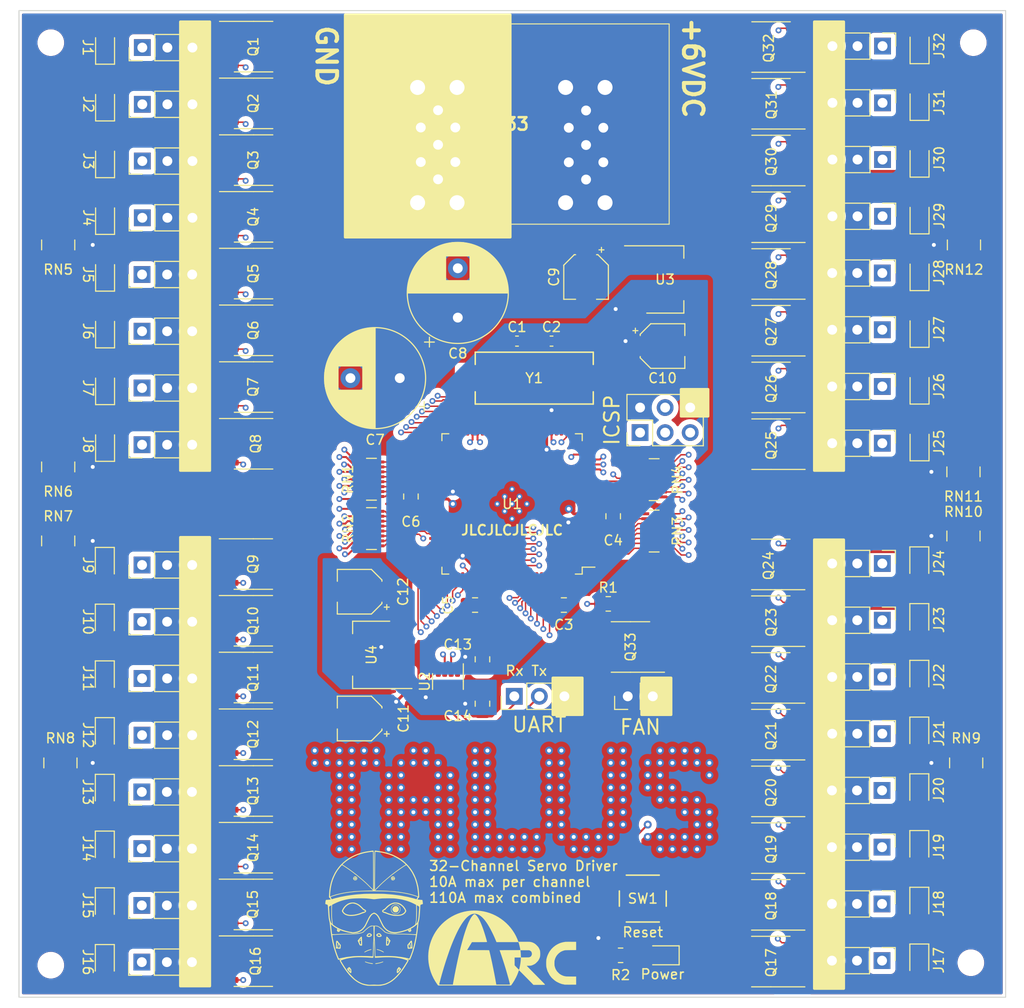
<source format=kicad_pcb>
(kicad_pcb (version 20221018) (generator pcbnew)
  (layers (0 "F.Cu" signal) (1 "In1.Cu" signal) (2 "In2.Cu" signal) (31 "B.Cu" signal) (34 "B.Paste" user) (35 "F.Paste" user) (36 "B.SilkS" user "B.Silkscreen") (37 "F.SilkS" user "F.Silkscreen") (38 "B.Mask" user) (39 "F.Mask" user) (44 "Edge.Cuts" user))
  (net 0 "")
  (net 1 "GND")
  (net 2 "VDD")
  (net 3 "Net-(U1-XTAL1)")
  (net 4 "Net-(U1-XTAL2)")
  (net 5 "Net-(U1-AREF)")
  (net 6 "Net-(D1-K)")
  (net 7 "Net-(D1-A)")
  (net 8 "Net-(D2-K)")
  (net 9 "Net-(D2-A)")
  (net 10 "Net-(D3-K)")
  (net 11 "Net-(D3-A)")
  (net 12 "Net-(D4-K)")
  (net 13 "Net-(D4-A)")
  (net 14 "Net-(D5-K)")
  (net 15 "Net-(D5-A)")
  (net 16 "Net-(D6-K)")
  (net 17 "Net-(D6-A)")
  (net 18 "Net-(D7-K)")
  (net 19 "Net-(D7-A)")
  (net 20 "Net-(D8-K)")
  (net 21 "Net-(D8-A)")
  (net 22 "Net-(D9-K)")
  (net 23 "/MISO")
  (net 24 "/SCK")
  (net 25 "/MOSI")
  (net 26 "/RST")
  (net 27 "/RxD_3v3")
  (net 28 "/TxD_3v3")
  (net 29 "/FAN")
  (net 30 "Net-(D9-A)")
  (net 31 "Net-(D10-K)")
  (net 32 "Net-(D10-A)")
  (net 33 "Net-(D11-K)")
  (net 34 "Net-(D11-A)")
  (net 35 "Net-(D12-K)")
  (net 36 "Net-(D12-A)")
  (net 37 "Net-(D13-K)")
  (net 38 "Net-(D13-A)")
  (net 39 "Net-(D14-K)")
  (net 40 "Net-(D14-A)")
  (net 41 "Net-(D15-K)")
  (net 42 "Net-(D15-A)")
  (net 43 "Net-(D16-K)")
  (net 44 "Net-(D16-A)")
  (net 45 "Net-(D17-K)")
  (net 46 "Net-(D17-A)")
  (net 47 "Net-(D18-K)")
  (net 48 "Net-(D18-A)")
  (net 49 "Net-(D19-K)")
  (net 50 "Net-(D19-A)")
  (net 51 "Net-(D20-K)")
  (net 52 "Net-(D20-A)")
  (net 53 "Net-(D21-K)")
  (net 54 "Net-(D21-A)")
  (net 55 "Net-(D22-K)")
  (net 56 "Net-(D22-A)")
  (net 57 "Net-(D23-K)")
  (net 58 "Net-(D23-A)")
  (net 59 "Net-(D24-K)")
  (net 60 "Net-(D24-A)")
  (net 61 "Net-(D25-K)")
  (net 62 "Net-(D25-A)")
  (net 63 "Net-(D26-K)")
  (net 64 "Net-(D26-A)")
  (net 65 "Net-(D27-K)")
  (net 66 "Net-(D27-A)")
  (net 67 "Net-(D28-K)")
  (net 68 "Net-(D28-A)")
  (net 69 "Net-(D29-K)")
  (net 70 "Net-(D29-A)")
  (net 71 "/PWM1")
  (net 72 "/PWM2")
  (net 73 "/PWM3")
  (net 74 "/PWM5")
  (net 75 "/PWM6")
  (net 76 "/PWM7")
  (net 77 "/PWM8")
  (net 78 "/PWM9")
  (net 79 "/PWM10")
  (net 80 "/PWM11")
  (net 81 "/PWM12")
  (net 82 "/PWM13")
  (net 83 "/PWM14")
  (net 84 "/PWM15")
  (net 85 "/PWM16")
  (net 86 "/PWM17")
  (net 87 "/PWM18")
  (net 88 "/PWM19")
  (net 89 "/PWM20")
  (net 90 "/PWM21")
  (net 91 "/PWM22")
  (net 92 "/PWM23")
  (net 93 "/PWM24")
  (net 94 "/PWM25")
  (net 95 "/PWM26")
  (net 96 "/PWM27")
  (net 97 "/PWM28")
  (net 98 "/PWM29")
  (net 99 "/PWM30")
  (net 100 "/PWM31")
  (net 101 "/PWM32")
  (net 102 "Net-(D30-K)")
  (net 103 "Net-(D30-A)")
  (net 104 "Net-(D31-K)")
  (net 105 "Net-(D31-A)")
  (net 106 "Net-(D32-K)")
  (net 107 "Net-(D32-A)")
  (net 108 "Net-(D33-A)")
  (net 109 "Net-(J36-Pin_2)")
  (net 110 "Net-(Q1-G)")
  (net 111 "Net-(Q2-G)")
  (net 112 "Net-(Q3-G)")
  (net 113 "Net-(Q4-G)")
  (net 114 "Net-(Q5-G)")
  (net 115 "Net-(Q6-G)")
  (net 116 "Net-(Q7-G)")
  (net 117 "Net-(Q8-G)")
  (net 118 "Net-(Q9-G)")
  (net 119 "Net-(Q10-G)")
  (net 120 "Net-(Q11-G)")
  (net 121 "Net-(Q12-G)")
  (net 122 "Net-(Q13-G)")
  (net 123 "Net-(Q14-G)")
  (net 124 "Net-(Q15-G)")
  (net 125 "Net-(Q16-G)")
  (net 126 "/ENA8")
  (net 127 "/ENA7")
  (net 128 "/ENA6")
  (net 129 "/ENA5")
  (net 130 "/ENA3")
  (net 131 "/ENA2")
  (net 132 "/ENA1")
  (net 133 "/ENA16")
  (net 134 "/ENA15")
  (net 135 "/ENA14")
  (net 136 "/ENA13")
  (net 137 "/ENA12")
  (net 138 "/ENA11")
  (net 139 "/ENA10")
  (net 140 "/ENA9")
  (net 141 "/ENA22")
  (net 142 "/ENA21")
  (net 143 "/ENA20")
  (net 144 "/ENA19")
  (net 145 "/ENA18")
  (net 146 "/ENA17")
  (net 147 "/ENA32")
  (net 148 "/ENA30")
  (net 149 "/ENA29")
  (net 150 "/ENA28")
  (net 151 "/ENA27")
  (net 152 "/ENA26")
  (net 153 "/ENA25")
  (net 154 "+6V")
  (net 155 "Net-(Q17-G)")
  (net 156 "Net-(Q18-G)")
  (net 157 "+3V3")
  (net 158 "/ENA23")
  (net 159 "/ENA24")
  (net 160 "/ENA4")
  (net 161 "/ENA31")
  (net 162 "/PWM4")
  (net 163 "Net-(Q19-G)")
  (net 164 "Net-(Q20-G)")
  (net 165 "Net-(Q21-G)")
  (net 166 "Net-(Q22-G)")
  (net 167 "Net-(Q23-G)")
  (net 168 "Net-(Q24-G)")
  (net 169 "Net-(Q25-G)")
  (net 170 "Net-(Q26-G)")
  (net 171 "Net-(Q27-G)")
  (net 172 "Net-(Q28-G)")
  (net 173 "Net-(Q29-G)")
  (net 174 "Net-(Q30-G)")
  (net 175 "Net-(Q31-G)")
  (net 176 "Net-(Q32-G)")
  (net 177 "Net-(Q33-G)")
  (net 195 "/RxD")
  (net 196 "/TxD")
  (footprint "Connector_PinHeader_2.54mm:PinHeader_1x03_P2.54mm_Vertical" (layer "F.Cu") (at 41.225 106.69 90)
    (fp_text reference "J13")
    (fp_text value "Conn_01x03")
  )
  (footprint "xtal:CRYSTAL_HC49SDLF_FXT" (layer "F.Cu") (at 81 64.75)
    (fp_text reference "Y1")
    (fp_text value "16MHz")
  )
  (footprint "mosfet:SOIC-8_3.9x4.9mm_P1.27mm" (layer "F.Cu") (at 52.55 36.905)
    (fp_text reference "Q2")
    (fp_text value "Q_NMOS_DGS")
  )
  (footprint "LED_SMD:LED_0805_2012Metric" (layer "F.Cu") (at 37.5 48.5 90)
    (fp_text reference "D4" hide)
    (fp_text value "Red")
  )
  (footprint "LED_SMD:LED_0805_2012Metric" (layer "F.Cu") (at 37.475 123.845 -90)
    (fp_text reference "D16" hide)
    (fp_text value "Red")
  )
  (footprint "mosfet:SOIC-8_3.9x4.9mm_P1.27mm" (layer "F.Cu") (at 52.525 112.345)
    (fp_text reference "Q14")
    (fp_text value "Q_NMOS_DGS")
  )
  (footprint "mosfet:SOIC-8_3.9x4.9mm_P1.27mm" (layer "F.Cu") (at 104.975 112.385 180)
    (fp_text reference "Q19")
    (fp_text value "Q_NMOS_DGS")
  )
  (footprint "Connector_PinHeader_2.54mm:PinHeader_1x03_P2.54mm_Vertical" (layer "F.Cu") (at 41.225 118.19 90)
    (fp_text reference "J15")
    (fp_text value "Conn_01x03")
  )
  (footprint "Connector_PinHeader_2.54mm:PinHeader_1x03_P2.54mm_Vertical" (layer "F.Cu") (at 116.3 31.1 -90)
    (fp_text reference "J32")
    (fp_text value "Conn_01x03")
  )
  (footprint "Capacitor_SMD:C_0805_2012Metric" (layer "F.Cu") (at 75.75 93.25 -90)
    (fp_text reference "C13")
    (fp_text value "100nF")
  )
  (footprint "mosfet:SOIC-8_3.9x4.9mm_P1.27mm" (layer "F.Cu") (at 105 31.195 180)
    (fp_text reference "Q32")
    (fp_text value "Q_NMOS_DGS")
  )
  (footprint "mosfet:SOIC-8_3.9x4.9mm_P1.27mm" (layer "F.Cu") (at 105 42.695 180)
    (fp_text reference "Q30")
    (fp_text value "Q_NMOS_DGS")
  )
  (footprint "LED_SMD:LED_0805_2012Metric" (layer "F.Cu") (at 37.5 42.75 90)
    (fp_text reference "D3" hide)
    (fp_text value "Red")
  )
  (footprint "Connector_PinHeader_2.54mm:PinHeader_2x03_P2.54mm_Vertical" (layer "F.Cu") (at 91.725 70.275 90)
    (fp_text reference "J34" hide)
    (fp_text value "ICSP")
  )
  (footprint "Capacitor_SMD:C_0603_1608Metric" (layer "F.Cu") (at 82.75 61)
    (fp_text reference "C2")
    (fp_text value "22pF")
  )
  (footprint "Connector_PinHeader_2.54mm:PinHeader_1x03_P2.54mm_Vertical" (layer "F.Cu") (at 78.975 97 90)
    (fp_text reference "J35" hide)
    (fp_text value "Conn_01x03")
  )
  (footprint "LED_SMD:LED_0805_2012Metric" (layer "F.Cu") (at 120.05 48.445 90)
    (fp_text reference "D29" hide)
    (fp_text value "Red")
  )
  (footprint "Connector_PinHeader_2.54mm:PinHeader_1x03_P2.54mm_Vertical" (layer "F.Cu") (at 41.25 65.75 90)
    (fp_text reference "J7")
    (fp_text value "Conn_01x03")
  )
  (footprint "LED_SMD:LED_0805_2012Metric" (layer "F.Cu") (at 37.475 95.095 -90)
    (fp_text reference "D11" hide)
    (fp_text value "Red")
  )
  (footprint "LED_SMD:LED_0805_2012Metric" (layer "F.Cu") (at 37.475 83.595 -90)
    (fp_text reference "D9" hide)
    (fp_text value "Red")
  )
  (footprint "Connector_PinHeader_2.54mm:PinHeader_1x03_P2.54mm_Vertical" (layer "F.Cu") (at 116.25 106.54 -90)
    (fp_text reference "J20")
    (fp_text value "Conn_01x03")
  )
  (footprint "Connector_PinHeader_2.54mm:PinHeader_1x03_P2.54mm_Vertical" (layer "F.Cu") (at 116.3 36.85 -90)
    (fp_text reference "J31")
    (fp_text value "Conn_01x03")
  )
  (footprint "Capacitor_SMD:CP_Elec_4x4.5" (layer "F.Cu") (at 63.3 99.25 180)
    (fp_text reference "C11")
    (fp_text value "4.7µF")
  )
  (footprint "LED_SMD:LED_0805_2012Metric" (layer "F.Cu") (at 37.475 118.095 -90)
    (fp_text reference "D15" hide)
    (fp_text value "Red")
  )
  (footprint "Connector_PinHeader_2.54mm:PinHeader_1x03_P2.54mm_Vertical" (layer "F.Cu") (at 116.275 95.04 -90)
    (fp_text reference "J22")
    (fp_text value "Conn_01x03")
  )
  (footprint "Resistor_SMD:R_Array_Convex_4x0603" (layer "F.Cu") (at 32.75 73.75 90)
    (fp_text reference "RN6")
    (fp_text value "470Ω")
  )
  (footprint "Capacitor_SMD:C_0805_2012Metric" (layer "F.Cu") (at 75 87.75)
    (fp_text reference "C5")
    (fp_text value "100nF")
  )
  (footprint "mosfet:SOIC-8_3.9x4.9mm_P1.27mm" (layer "F.Cu") (at 52.55 65.655)
    (fp_text reference "Q7")
    (fp_text value "Q_NMOS_DGS")
  )
  (footprint "logo:arc_logo" (layer "F.Cu") (at 77.75 122.5)
    (fp_text reference "G***" hide)
    (fp_text value "LOGO" hide)
  )
  (footprint "Connector_PinHeader_2.54mm:PinHeader_1x03_P2.54mm_Vertical" (layer "F.Cu") (at 41.225 112.44 90)
    (fp_text reference "J14")
    (fp_text value "Conn_01x03")
  )
  (footprint "mosfet:SOIC-8_3.9x4.9mm_P1.27mm" (layer "F.Cu") (at 104.975 83.635 180)
    (fp_text reference "Q24")
    (fp_text value "Q_NMOS_DGS")
  )
  (footprint "LED_SMD:LED_0805_2012Metric" (layer "F.Cu") (at 120.025 112.29 -90)
    (fp_text reference "D19" hide)
    (fp_text value "Red")
  )
  (footprint "MountingHole:MountingHole_2.2mm_M2" (layer "F.Cu") (at 125.5 30.75)
    (fp_text reference "H3" hide)
    (fp_text value "MountingHole")
  )
  (footprint "Connector_PinHeader_2.54mm:PinHeader_1x03_P2.54mm_Vertical" (layer "F.Cu") (at 41.25 89.44 90)
    (fp_text reference "J10")
    (fp_text value "Conn_01x03")
  )
  (footprint "mosfet:SOIC-8_3.9x4.9mm_P1.27mm" (layer "F.Cu") (at 52.55 42.655)
    (fp_text reference "Q3")
    (fp_text value "Q_NMOS_DGS")
  )
  (footprint "LED_SMD:LED_0805_2012Metric" (layer "F.Cu") (at 37.475 112.345 -90)
    (fp_text reference "D14" hide)
    (fp_text value "Red")
  )
  (footprint "Connector_PinHeader_2.54mm:PinHeader_1x03_P2.54mm_Vertical" (layer "F.Cu") (at 116.275 71.35 -90)
    (fp_text reference "J25")
    (fp_text value "Conn_01x03")
  )
  (footprint "LED_SMD:LED_0805_2012Metric" (layer "F.Cu") (at 37.5 54.25 90)
    (fp_text reference "D5" hide)
    (fp_text value "Red")
  )
  (footprint "Package_TO_SOT_SMD:SOT-223-3_TabPin2" (layer "F.Cu") (at 64.5 92.8 180)
    (fp_text reference "U4")
    (fp_text value "MCP1824ST-330")
  )
  (footprint "Connector_PinHeader_2.54mm:PinHeader_1x03_P2.54mm_Vertical" (layer "F.Cu") (at 41.275 31.25 90)
    (fp_text reference "J1")
    (fp_text value "Conn_01x03")
  )
  (footprint "mosfet:SOIC-8_3.9x4.9mm_P1.27mm" (layer "F.Cu") (at 52.525 118.095)
    (fp_text reference "Q15")
    (fp_text value "Q_NMOS_DGS")
  )
  (footprint "Connector_PinHeader_2.54mm:PinHeader_1x03_P2.54mm_Vertical" (layer "F.Cu") (at 116.275 89.29 -90)
    (fp_text reference "J23")
    (fp_text value "Conn_01x03")
  )
  (footprint "LED_SMD:LED_0805_2012Metric" (layer "F.Cu") (at 120.025 123.79 -90)
    (fp_text reference "D17" hide)
    (fp_text value "Red")
  )
  (footprint "LED_SMD:LED_0805_2012Metric" (layer "F.Cu") (at 120.05 36.945 90)
    (fp_text reference "D31" hide)
    (fp_text value "Red")
  )
  (footprint "mosfet:SOIC-8_3.9x4.9mm_P1.27mm" (layer "F.Cu") (at 104.975 106.635 180)
    (fp_text reference "Q20")
    (fp_text value "Q_NMOS_DGS")
  )
  (footprint "Resistor_SMD:R_Array_Convex_4x0603" (layer "F.Cu") (at 124.775 103.75 -90)
    (fp_text reference "RN9")
    (fp_text value "470Ω")
  )
  (footprint "Resistor_SMD:R_Array_Convex_8x0602" (layer "F.Cu") (at 64.5 80)
    (fp_text reference "RN2")
    (fp_text value "10kΩ")
  )
  (footprint "LED_SMD:LED_0805_2012Metric" (layer "F.Cu") (at 120.025 106.54 -90)
    (fp_text reference "D20" hide)
    (fp_text value "Red")
  )
  (footprint "LED_SMD:LED_0805_2012Metric" (layer "F.Cu") (at 120.025 100.79 -90)
    (fp_text reference "D21" hide)
    (fp_text value "Red")
  )
  (footprint "screw_termin:399200302" (layer "F.Cu") (at 69.175 46.97 180)
    (fp_text reference "J33")
    (fp_text value "Screw Terminal" hide)
  )
  (footprint "Resistor_SMD:R_Array_Convex_8x0602" (layer "F.Cu") (at 64.5 75)
    (fp_text reference "RN1")
    (fp_text value "10kΩ")
  )
  (footprint "Capacitor_SMD:C_0805_2012Metric" (layer "F.Cu") (at 75.75 97.75 90)
    (fp_text reference "C14")
    (fp_text value "100nF")
  )
  (footprint "Resistor_SMD:R_Array_Convex_4x0603" (layer "F.Cu") (at 32.75 81.25 -90)
    (fp_text reference "RN7")
    (fp_text value "470Ω")
  )
  (footprint "mosfet:SOIC-8_3.9x4.9mm_P1.27mm" (layer "F.Cu") (at 105 65.695 180)
    (fp_text reference "Q26")
    (fp_text value "Q_NMOS_DGS")
  )
  (footprint "Capacitor_SMD:C_0805_2012Metric" (layer "F.Cu") (at 68.5 76.75 -90)
    (fp_text reference "C6")
    (fp_text value "100nF")
  )
  (footprint "Capacitor_SMD:CP_Elec_4x4.5" (layer "F.Cu") (at 63.3 86.4 180)
    (fp_text reference "C12")
    (fp_text value "1µf")
  )
  (footprint "button:SW_PTS647SM38SMTR2LFS_CNK" (layer "F.Cu") (at 92 117.5 180)
    (fp_text reference "SW1")
    (fp_text value "SW_Push")
  )
  (footprint "LED_SMD:LED_0805_2012Metric" (layer "F.Cu") (at 37.475 89.345 -90)
    (fp_text reference "D10" hide)
    (fp_text value "Red")
  )
  (footprint "Package_TO_SOT_SMD:SOT-223-3_TabPin2" (layer "F.Cu") (at 94.25 54.75)
    (fp_text reference "U3")
    (fp_text value "MCP1825S-500")
  )
  (footprint "LED_SMD:LED_0805_2012Metric" (layer "F.Cu") (at 37.5 71.5 90)
    (fp_text reference "D8" hide)
    (fp_text value "Red")
  )
  (footprint "Resistor_SMD:R_Array_Convex_8x0602" (layer "F.Cu") (at 93.15 80.25 180)
    (fp_text reference "RN3")
    (fp_text value "10kΩ")
  )
  (footprint "LED_SMD:LED_0805_2012Metric" (layer "F.Cu") (at 37.475 100.845 -90)
    (fp_text reference "D12" hide)
    (fp_text value "Red")
  )
  (footprint "LED_SMD:LED_0805_2012Metric" (layer "F.Cu") (at 120.05 54.195 90)
    (fp_text reference "D28" hide)
    (fp_text value "Red")
  )
  (footprint "mosfet:SOIC-8_3.9x4.9mm_P1.27mm" (layer "F.Cu") (at 52.55 48.405)
    (fp_text reference "Q4")
    (fp_text value "Q_NMOS_DGS")
  )
  (footprint "mosfet:SOIC-8_3.9x4.9mm_P1.27mm" (layer "F.Cu") (at 104.975 95.135 180)
    (fp_text reference "Q22")
    (fp_text value "Q_NMOS_DGS")
  )
  (footprint "Package_TO_SOT_SMD:SOT-23-8" (layer "F.Cu") (at 72.25 95.5 -90)
    (fp_text reference "U2")
    (fp_text value "RS0102YH8")
  )
  (footprint "Connector_PinHeader_2.54mm:PinHeader_1x03_P2.54mm_Vertical" (layer "F.Cu") (at 41.25 71.5 90)
    (fp_text reference "J8")
    (fp_text value "Conn_01x03")
  )
  (footprint "mosfet:SOIC-8_3.9x4.9mm_P1.27mm" (layer "F.Cu") (at 52.55 71.405)
    (fp_text reference "Q8")
    (fp_text value "Q_NMOS_DGS")
  )
  (footprint "mosfet:SOIC-8_3.9x4.9mm_P1.27mm" (layer "F.Cu") (at 105 48.445 180)
    (fp_text reference "Q29")
    (fp_text value "Q_NMOS_DGS")
  )
  (footprint "LED_SMD:LED_0805_2012Metric" (layer "F.Cu") (at 120.025 95.04 -90)
    (fp_text reference "D22" hide)
    (fp_text value "Red")
  )
  (footprint "Connector_PinHeader_2.54mm:PinHeader_1x03_P2.54mm_Vertical" (layer "F.Cu") (at 116.275 54.1 -90)
    (fp_text reference "J28")
    (fp_text value "Conn_01x03")
  )
  (footprint "LED_SMD:LED_0805_2012Metric" (layer "F.Cu") (at 120.05 59.945 90)
    (fp_text reference "D27" hide)
    (fp_text value "Red")
  )
  (footprint "mosfet:SOIC-8_3.9x4.9mm_P1.27mm" (layer "F.Cu") (at 52.525 83.595)
    (fp_text reference "Q9")
    (fp_text value "Q_NMOS_DGS")
  )
  (footprint "mosfet:SOIC-8_3.9x4.9mm_P1.27mm" (layer "F.Cu") (at 52.55 31.155)
    (fp_text reference "Q1")
    (fp_text value "Q_NMOS_DGS")
  )
  (footprint "mosfet:SOIC-8_3.9x4.9mm_P1.27mm" (layer "F.Cu") (at 105 59.945 180)
    (fp_text reference "Q27")
    (fp_text value "Q_NMOS_DGS")
  )
  (footprint "mosfet:SOIC-8_3.9x4.9mm_P1.27mm" (layer "F.Cu") (at 105 54.195 180)
    (fp_text reference "Q28")
    (fp_text value "Q_NMOS_DGS")
  )
  (footprint "MountingHole:MountingHole_2.2mm_M2" (layer "F.Cu") (at 32 30.75)
    (fp_text reference "H4" hide)
    (fp_text value "MountingHole")
  )
  (footprint "Connector_PinHeader_2.54mm:PinHeader_1x03_P2.54mm_Vertical" (layer "F.Cu") (at 41.275 42.75 90)
    (fp_text reference "J3")
    (fp_text value "Conn_01x03")
  )
  (footprint "mosfet:SOIC-8_3.9x4.9mm_P1.27mm" (layer "F.Cu") (at 105 36.945 180)
    (fp_text reference "Q31")
    (fp_text value "Q_NMOS_DGS")
  )
  (footprint "MountingHole:MountingHole_2.2mm_M2" (layer "F.Cu") (at 32 124.25)
    (fp_text reference "H2" hide)
    (fp_text value "MountingHole")
  )
  (footprint "mosfet:SOIC-8_3.9x4.9mm_P1.27mm" (layer "F.Cu") (at 104.975 100.885 180)
    (fp_text reference "Q21")
    (fp_text value "Q_NMOS_DGS")
  )
  (footprint "LED_SMD:LED_0805_2012Metric" (layer "F.Cu") (at 37.5 60 90)
    (fp_text reference "D6" hide)
    (fp_text value "Red")
  )
  (footprint "Capacitor_THT:CP_Radial_D10.0mm_P5.00mm" (layer "F.Cu") (at 73.25 58.617677 90)
    (fp_text reference "C8")
    (fp_text value "1000µF")
  )
  (footprint "LED_SMD:LED_0805_2012Metric" (layer "F.Cu") (at 120.025 118.04 -90)
    (fp_text reference "D18" hide)
    (fp_text value "Red")
  )
  (footprint "mosfet:SOIC-8_3.9x4.9mm_P1.27mm" (layer "F.Cu") (at 105 71.445 180)
    (fp_text reference "Q25")
    (fp_text value "Q_NMOS_DGS")
  )
  (footprint "mosfet:SOIC-8_3.9x4.9mm_P1.27mm" (layer "F.Cu") (at 104.975 89.385 180)
    (fp_text reference "Q23")
    (fp_text value "Q_NMOS_DGS")
  )
  (footprint "Connector_PinHeader_2.54mm:PinHeader_1x03_P2.54mm_Vertical" (layer "F.Cu") (at 116.275 65.6 -90)
    (fp_text reference "J26")
    (fp_text value "Conn_01x03")
  )
  (footprint "Resistor_SMD:R_Array_Convex_4x0603" (layer "F.Cu") (at 124.55 51.25 90)
    (fp_text reference "RN12")
    (fp_text value "470Ω")
  )
  (footprint "Connector_PinHeader_2.54mm:PinHeader_1x03_P2.54mm_Vertical" (layer "F.Cu") (at 116.25 123.79 -90)
    (fp_text reference "J17")
    (fp_text value "Conn_01x03")
  )
  (footprint "Package_QFP:TQFP-100_14x14mm_P0.5mm" (layer "F.Cu") (at 78.75 77.5 180)
    (fp_text reference "U1")
    (fp_text value "ATmega2560-16A")
  )
  (footprint "Connector_PinHeader_2.54mm:PinHeader_1x03_P2.54mm_Vertical" (layer "F.Cu") (at 116.3 48.35 -90)
    (fp_text reference "J29")
    (fp_text value "Conn_01x03")
  )
  (footprint "LED_SMD:LED_0805_2012Metric" (layer "F.Cu") (at 37.5 31.25 90)
    (fp_text reference "D1" hide)
    (fp_text value "Red")
  )
  (footprint "Capacitor_SMD:CP_Elec_4x4.5" (layer "F.Cu") (at 86.25 54.5 -90)
    (fp_text reference "C9")
    (fp_text value "4.7µF")
  )
  (footprint "Resistor_SMD:R_0805_2012Metric" (layer "F.Cu") (at 88.5 87.63)
    (fp_text reference "R1")
    (fp_text value "10kΩ")
  )
  (footprint "LED_SMD:LED_0805_2012Metric" (layer "F.Cu") (at 120.05 42.695 90)
    (fp_text reference "D30" hide)
    (fp_text value "Red")
  )
  (footprint "LED_SMD:LED_0805_2012Metric" (layer "F.Cu") (at 120.05 31.195 90)
    (fp_text reference "D32" hide)
    (fp_text value "Red")
  )
  (footprint "Connector_PinHeader_2.54mm:PinHeader_1x03_P2.54mm_Vertical" (layer "F.Cu") (at 41.25 60 90)
    (fp_text reference "J6")
    (fp_text value "Conn_01x03")
  )
  (footprint "Connector_PinHeader_2.54mm:PinHeader_1x03_P2.54mm_Vertical" (layer "F.Cu") (at 41.25 100.94 90)
    (fp_text reference "J12")
    (fp_text value "Conn_01x03")
  )
  (footprint "Connector_PinHeader_2.54mm:PinHeader_1x03_P2.54mm_Vertical" (layer "F.Cu") (at 41.275 48.5 90)
    (fp_text reference "J4")
    (fp_text value "Conn_01x03")
  )
  (footprint "mosfet:SOIC-8_3.9x4.9mm_P1.27mm" (layer "F.Cu") (at 104.975 118.135 180)
    (fp_text reference "Q18")
    (fp_text value "Q_NMOS_DGS")
  )
  (footprint "mosfet:SOIC-8_3.9x4.9mm_P1.27mm" (layer "F.Cu") (at 90.75 92 180)
    (fp_text reference "Q33")
    (fp_text value "Q_NMOS_DGS")
  )
  (footprint "Connector_PinHeader_2.54mm:PinHeader_1x03_P2.54mm_Vertical" (layer "F.Cu") (at 41.25 83.69 90)
    (fp_text reference "J9")
    (fp_text value "Conn_01x03")
  )
  (footprint "LED_SMD:LED_0805_2012Metric" (layer "F.Cu") (at 37.5 37 90)
    (fp_text reference "D2" hide)
    (fp_text value "Red")
  )
  (footprint "logo:TALUS_POS_MINI" (layer "F.Cu") (at 64.75 119.5)
    (fp_text reference "G***" hide)
    (fp_text value "LOGO" hide)
  )
  (footprint "LED_SMD:LED_0805_2012Metric" (layer "F.Cu") (at 120.025 83.54 -90)
    (fp_text reference "D24" hide)
    (fp_text value "Red")
  )
  (footprint "Connector_PinHeader_2.54mm:PinHeader_1x03_P2.54mm_Vertical" (layer "F.Cu") (at 116.275 59.85 -90)
    (fp_text reference "J27")
    (fp_text value "Conn_01x03")
  )
  (footprint "Resistor_SMD:R_Array_Convex_4x0603" (layer "F.Cu") (at 32.975 103.75 -90)
    (fp_text reference "RN8")
    (fp_text value "470Ω")
  )
  (footprint "Connector_PinHeader_2.54mm:PinHeader_1x03_P2.54mm_Vertical" (layer "F.Cu") (at 41.25 95.19 90)
    (fp_text reference "J11")
    (fp_text value "Conn_01x03")
  )
  (footprint "LED_SMD:LED_0805_2012Metric" (layer "F.Cu") (at 120.05 65.695 90)
    (fp_text reference "D26" hide)
    (fp_text value "Red")
  )
  (footprint "Capacitor_SMD:C_0805_2012Metric" (layer "F.Cu") (at 84 87.75 180)
    (fp_text reference "C3")
    (fp_text value "100nF")
  )
  (footprint "mosfet:SOIC-8_3.9x4.9mm_P1.27mm" (layer "F.Cu") (at 52.525 89.345)
    (fp_text reference "Q10")
    (fp_text value "Q_NMOS_DGS")
  )
  (footprint "Connector_PinHeader_2.54mm:PinHeader_1x03_P2.54mm_Vertical" (layer "F.Cu") (at 116.275 100.79 -90)
    (fp_text reference "J21")
    (fp_text value "Conn_01x03")
  )
  (footprint "Connector_PinHeader_2.54mm:PinHeader_1x03_P2.54mm_Vertical" (layer "F.Cu") (at 41.225 123.94 90)
    (fp_text reference "J16")
    (fp_text value "Conn_01x03")
  )
  (footprint "LED_SMD:LED_0805_2012Metric" (layer "F.Cu") (at 120.05 71.445 90)
    (fp_text reference "D25" hide)
    (fp_text value "Red")
  )
  (footprint "mosfet:SOIC-8_3.9x4.9mm_P1.27mm" (layer "F.Cu") (at 52.525 123.845)
    (fp_text reference "Q16")
    (fp_text value "Q_NMOS_DGS")
  )
  (footprint "Connector_PinHeader_2.54mm:PinHeader_1x03_P2.54mm_Vertical" (layer "F.Cu") (at 116.25 112.29 -90)
    (fp_text reference "J19")
    (fp_text value "Conn_01x03")
  )
  (footprint "LED_SMD:LED_0805_2012Metric" (layer "F.Cu") (at 37.475 106.595 -90)
    (fp_text reference "D13" hide)
    (fp_text value "Red")
  )
  (footprint "Connector_PinHeader_2.54mm:PinHeader_1x03_P2.54mm_Vertical" (layer "F.Cu") (at 41.275 37 90)
    (fp_text reference "J2")
    (fp_text value "Conn_01x03")
  )
  (footprint "Capacitor_SMD:C_0805_2012Metric" (layer "F.Cu") (at 89 78.75 90)
    (fp_text reference "C4")
    (fp_text value "100nF")
  )
  (footprint "MountingHole:MountingHole_2.2mm_M2" (layer "F.Cu") (at 125.25 124)
    (fp_text reference "H1" hide)
    (fp_text value "MountingHole")
  )
  (footprint "Resistor_SMD:R_0805_2012Metric" (layer "F.Cu") (at 89.75 123.25)
    (fp_text reference "R2")
    (fp_text value "1kΩ")
  )
  (footprint "Connector_PinHeader_2.54mm:PinHeader_1x03_P2.54mm_Vertical" (layer "F.Cu") (at 116.275 83.54 -90)
    (fp_text reference "J24")
    (fp_text value "Conn_01x03")
  )
  (footprint "mosfet:SOIC-8_3.9x4.9mm_P1.27mm" (layer "F.Cu") (at 52.525 106.595)
    (fp_text reference "Q13")
    (fp_text value "Q_NMOS_DGS")
  )
  (footprint "Capacitor_THT:CP_Radial_D10.0mm_P5.00mm" (layer "F.Cu") (at 67.367677 64.75 180)
    (fp_text reference "C7")
    (fp_text value "1000µF")
  )
  (footprint "Resistor_SMD:R_Array_Convex_4x0603" (layer "F.Cu") (at 32.75 51.25 90)
    (fp_text reference "RN5")
    (fp_text value "470Ω")
  )
  (footprint "Connector_PinHeader_2.54mm:PinHeader_1x03_P2.54mm_Vertical" (layer "F.Cu") (at 41.25 54.25 90)
    (fp_text reference "J5")
    (fp_text value "Conn_01x03")
  )
  (footprint "mosfet:SOIC-8_3.9x4.9mm_P1.27mm" (layer "F.Cu") (at 52.525 95.095)
    (fp_text reference "Q11")
    (fp_text value "Q_NMOS_DGS")
  )
  (footprint "LED_SMD:LED_0805_2012Metric" (layer "F.Cu") (at 94 123.25 180)
    (fp_text reference "D33" hide)
    (fp_text value "Red")
  )
  (footprint "Connector_PinHeader_2.54mm:PinHeader_1x03_P2.54mm_Vertical" (layer "F.Cu") (at 116.3 42.6 -90)
    (fp_text reference "J30")
    (fp_text value "Conn_01x03")
  )
  (footprint "Connector_PinHeader_2.54mm:PinHeader_1x02_P2.54mm_Vertical" (layer "F.Cu") (at 90.475 97 90)
    (fp_text reference "J36" hide)
    (fp_text value "Conn_01x02")
  )
  (footprint "mosfet:SOIC-8_3.9x4.9mm_P1.27mm" (layer "F.Cu") (at 52.55 54.155)
    (fp_text reference "Q5")
    (fp_text value "Q_NMOS_DGS")
  )
  (footprint "Connector_PinHeader_2.54mm:PinHeader_1x03_P2.54mm_Vertical" (layer "F.Cu") (at 116.25 118.04 -90)
    (fp_text reference "J18")
    (fp_text value "Conn_01x03")
  )
  (footprint "LED_SMD:LED_0805_2012Metric" (layer "F.Cu") (at 37.5 65.75 90)
    (fp_text reference "D7" hide)
    (fp_text value "Red")
  )
  (footprint "mosfet:SOIC-8_3.9x4.9mm_P1.27mm" (layer "F.Cu") (at 104.975 123.885 180)
    (fp_text reference "Q17")
    (fp_text value "Q_NMOS_DGS")
  )
  (footprint "Resistor_SMD:R_Array_Convex_4x0603" (layer "F.Cu") (at 124.5 80.75 -90)
    (fp_text reference "RN10")
    (fp_text value "470Ω")
  )
  (footprint "mosfet:SOIC-8_3.9x4.9mm_P1.27mm" (layer "F.Cu") (at 52.525 100.845)
    (fp_text reference "Q12")
    (fp_text value "Q_NMOS_DGS")
  )
  (footprint "LED_SMD:LED_0805_2012Metric" (layer "F.Cu") (at 120.025 89.29 -90)
    (fp_text reference "D23" hide)
    (fp_text value "Red")
  )
  (footprint "Capacitor_SMD:C_0603_1608Metric" (layer "F.Cu") (at 79.25 61)
    (fp_text reference "C1")
    (fp_text value "22pF")
  )
  (footprint "Resistor_SMD:R_Array_Convex_4x0603" (layer "F.Cu") (at 124.5 74.25 90)
    (fp_text reference "RN11")
    (fp_text value "470Ω")
  )
  (footprint "Resistor_SMD:R_Array_Convex_8x0602" (layer "F.Cu") (at 93.15 75.04 180)
    (fp_text reference "RN4")
    (fp_text value "10kΩ")
  )
  (footprint "Capacitor_SMD:CP_Elec_4x4.5" (layer "F.Cu") (at 94 61.5)
    (fp_text reference "C10")
    (fp_text value "1µf")
  )
  (footprint "mosfet:SOIC-8_3.9x4.9mm_P1.27mm" (layer "F.Cu") (at 52.55 59.905)
    (fp_text reference "Q6")
    (fp_text value "Q_NMOS_DGS")
  )
  (gr_rect (start 28.775 27.5) (end 128.775 127.5) (stroke (width 0.1)) (fill none) (layer "Edge.Cuts"))
  (gr_text "+6VDC" (at 95.9 28 -90) (layer "F.SilkS") (effects (font (size 2 2) (thickness 0.4) bold) (justify left bottom)))
  (gr_text "32-Channel Servo Driver\n10A max per channel\n110A max combined" (at 70.25 118) (layer "F.SilkS") (effects (font (size 1 1) (thickness 0.16)) (justify left bottom)))
  (gr_text "FAN" (at 91.75 101) (layer "F.SilkS") (effects (font (size 1.5 1.5) (thickness 0.2) bold) (justify bottom)))
  (gr_text "Rx" (at 79 95) (layer "F.SilkS") (effects (font (size 1 1)) (justify bottom)))
  (gr_text "ICSP" (at 89.75 69 90) (layer "F.SilkS") (effects (font (size 1.5 1.5) (thickness 0.2) bold) (justify bottom)))
  (gr_text "Tx" (at 81.5 95) (layer "F.SilkS") (effects (font (size 1 1)) (justify bottom)))
  (gr_text "GND" (at 58.75 28.8 -90) (layer "F.SilkS") (effects (font (size 2 2) (thickness 0.4) bold) (justify left bottom)))
  (gr_text "Power" (at 94 125.75) (layer "F.SilkS") (effects (font (size 1 1)) (justify bottom)))
  (gr_text "Reset" (at 92 121.5) (layer "F.SilkS") (effects (font (size 1 1)) (justify bottom)))
  (gr_text "UART" (at 81.5 100.75) (layer "F.SilkS") (effects (font (size 1.5 1.5) (thickness 0.2) bold) (justify bottom)))
  (gr_text "JLCJLCJLCJLC" (at 78.75 80.75) (layer "F.SilkS") (effects (font (size 1 1) (thickness 0.2) bold) (justify bottom)))
  (segment (start 68.5 77.7) (end 69.2 77) (width 0.3) (layer "F.Cu") (net 1))
  (segment (start 88.3 78.5) (end 86.4125 78.5) (width 0.3) (layer "F.Cu") (net 1))
  (segment (start 72.25 77) (end 72.75 77.5) (width 0.3) (layer "F.Cu") (net 1))
  (segment (start 75.25 85.1625) (end 75.25 87.05) (width 0.3) (layer "F.Cu") (net 1))
  (segment (start 84.25 85.1625) (end 84.25 87.05) (width 0.3) (layer "F.Cu") (net 1))
  (segment (start 69.2 77) (end 71.0875 77) (width 0.3) (layer "F.Cu") (net 1))
  (segment (start 69.175 35.29) (end 69.175 35.425) (width 2.5) (layer "F.Cu") (net 1))
  (segment (start 86.4125 78.5) (end 85 78.5) (width 0.3) (layer "F.Cu") (net 1))
  (segment (start 85 78.5) (end 84.5 78) (width 0.3) (layer "F.Cu") (net 1))
  (segment (start 75.25 87.05) (end 75.95 87.75) (width 0.3) (layer "F.Cu") (net 1))
  (segment (start 71.0875 77) (end 72.25 77) (width 0.3) (layer "F.Cu") (net 1))
  (segment (start 81.75 69.8375) (end 81.75 71) (width 0.3) (layer "F.Cu") (net 1))
  (segment (start 81.75 71) (end 81.25 71.5) (width 0.3) (layer "F.Cu") (net 1))
  (segment (start 89 77.8) (end 88.3 78.5) (width 0.3) (layer "F.Cu") (net 1))
  (segment (start 85.5 70.75) (end 85 71.25) (width 0.3) (layer "F.Cu") (net 1))
  (segment (start 84.25 87.05) (end 84.95 87.75) (width 0.3) (layer "F.Cu") (net 1))
  (via (at 81.25 112.5) (size 0.8) (drill 0.4) (layers "F.Cu" "B.Cu") (net 1))
  (via (at 70 107.5) (size 0.8) (drill 0.4) (layers "F.Cu" "B.Cu") (net 1))
  (via (at 70 102.5) (size 0.8) (drill 0.4) (layers "F.Cu" "B.Cu") (net 1))
  (via (at 66.25 107.5) (size 0.8) (drill 0.4) (layers "F.Cu" "B.Cu") (net 1))
  (via (at 58.75 102.5) (size 0.8) (drill 0.4) (layers "F.Cu" "B.Cu") (net 1))
  (via (at 98.75 103.75) (size 0.8) (drill 0.4) (layers "F.Cu" "B.Cu") (net 1))
  (via (at 97.5 112.5) (size 0.8) (drill 0.4) (layers "F.Cu" "B.Cu") (net 1))
  (via (at 79.5 78.25) (size 0.6) (drill 0.3) (layers "F.Cu" "B.Cu") (net 1))
  (via (at 92.5 111.25) (size 0.8) (drill 0.4) (layers "F.Cu" "B.Cu") (net 1))
  (via (at 78.75 76) (size 0.6) (drill 0.3) (layers "F.Cu" "B.Cu") (net 1))
  (via (at 77.5 112.5) (size 0.8) (drill 0.4) (layers "F.Cu" "B.Cu") (net 1))
  (via (at 72.5 107.5) (size 0.8) (drill 0.4) (layers "F.Cu" "B.Cu") (net 1))
  (via (at 83.75 110) (size 0.8) (drill 0.4) (layers "F.Cu" "B.Cu") (net 1))
  (via (at 76.25 102.5) (size 0.8) (drill 0.4) (layers "F.Cu" "B.Cu") (net 1))
  (via (at 82.5 107.5) (size 0.8) (drill 0.4) (layers "F.Cu" "B.Cu") (net 1))
  (via (at 76.25 112.5) (size 0.8) (drill 0.4) (layers "F.Cu" "B.Cu") (net 1))
  (via (at 93.75 102.5) (size 0.8) (drill 0.4) (layers "F.Cu" "B.Cu") (net 1))
  (via (at 67.5 111.25) (size 0.8) (drill 0.4) (layers "F.Cu" "B.Cu") (net 1))
  (via (at 95 106.25) (size 0.8) (drill 0.4) (layers "F.Cu" "B.Cu") (net 1))
  (via (at 80 112.5) (size 0.8) (drill 0.4) (layers "F.Cu" "B.Cu") (net 1))
  (via (at 76.25 105) (size 0.8) (drill 0.4) (layers "F.Cu" "B.Cu") (net 1))
  (via (at 72.5 112.5) (size 0.8) (drill 0.4) (layers "F.Cu" "B.Cu") (net 1))
  (via (at 83.75 108.75) (size 0.8) (drill 0.4) (layers "F.Cu" "B.Cu") (net 1))
  (via (at 97.5 103.75) (size 0.8) (drill 0.4) (layers "F.Cu" "B.Cu") (net 1))
  (via (at 75 108.75) (size 0.8) (drill 0.4) (layers "F.Cu" "B.Cu") (net 1))
  (via (at 83.75 107.5) (size 0.8) (drill 0.4) (layers "F.Cu" "B.Cu") (net 1))
  (via (at 96.25 111.25) (size 0.8) (drill 0.4) (layers "F.Cu" "B.Cu") (net 1))
  (via (at 78.75 79) (size 0.6) (drill 0.3) (layers "F.Cu" "B.Cu") (net 1))
  (via (at 78 76.75) (size 0.6) (drill 0.3) (layers "F.Cu" "B.Cu") (net 1))
  (via (at 62.5 106.25) (size 0.8) (drill 0.4) (layers "F.Cu" "B.Cu") (net 1))
  (via (at 88.75 102.5) (size 0.8) (drill 0.4) (layers "F.Cu" "B.Cu") (net 1))
  (via (at 65 103.75) (size 0.8) (drill 0.4) (layers "F.Cu" "B.Cu") (net 1))
  (via (at 96.25 107.5) (size 0.8) (drill 0.4) (layers "F.Cu" "B.Cu") (net 1))
  (via (at 97.5 110) (size 0.8) (drill 0.4) (layers "F.Cu" "B.Cu") (net 1))
  (via (at 93.75 106.25) (size 0.8) (drill 0.4) (layers "F.Cu" "B.Cu") (net 1))
  (via (at 61.25 105) (size 0.8) (drill 0.4) (layers "F.Cu" "B.Cu") (net 1))
  (via (at 88.75 103.75) (size 0.8) (drill 0.4) (layers "F.Cu" "B.Cu") (net 1))
  (via (at 90 107.5) (size 0.8) (drill 0.4) (layers "F.Cu" "B.Cu") (net 1))
  (via (at 66.25 111.25) (size 0.8) (drill 0.4) (layers "F.Cu" "B.Cu") (net 1))
  (via (at 76.25 111.25) (size 0.8) (drill 0.4) (layers "F.Cu" "B.Cu") (net 1))
  (via (at 73 42.85) (size 2) (drill 1) (layers "F.Cu" "B.Cu") (net 1))
  (via (at 72.5 111.25) (size 0.8) (drill 0.4) (layers "F.Cu" "B.Cu") (net 1))
  (via (at 86.25 112.5) (size 0.8) (drill 0.4) (layers "F.Cu" "B.Cu") (net 1))
  (via (at 96.25 103.75) (size 0.8) (drill 0.4) (layers "F.Cu" "B.Cu") (net 1))
  (via (at 61.25 111.25) (size 0.8) (drill 0.4) (layers "F.Cu" "B.Cu") (net 1))
  (via (at 66.25 106.25) (size 0.8) (drill 0.4) (layers "F.Cu" "B.Cu") (net 1))
  (via (at 90 103.75) (size 0.8) (drill 0.4) (layers "F.Cu" "B.Cu") (net 1))
  (via (at 95 102.5) (size 0.8) (drill 0.4) (layers "F.Cu" "B.Cu") (net 1))
  (via (at 61.25 103.75) (size 0.8) (drill 0.4) (layers "F.Cu" "B.Cu") (net 1))
  (via (at 73 39.35) (size 2) (drill 1) (layers "F.Cu" "B.Cu") (net 1))
  (via (at 62.5 111.25) (size 0.8) (drill 0.4) (layers "F.Cu" "B.Cu") (net 1))
  (via (at 90 106.25) (size 0.8) (drill 0.4) (layers "F.Cu" "B.Cu") (net 1))
  (via (at 93.75 111.25) (size 0.8) (drill 0.4) (layers "F.Cu" "B.Cu") (net 1))
  (via (at 61.25 102.5) (size 0.8) (drill 0.4) (layers "F.Cu" "B.Cu") (net 1))
  (via (at 67.5 108.75) (size 0.8) (drill 0.4) (layers "F.Cu" "B.Cu") (net 1))
  (via (at 71.25 110) (size 0.8) (drill 0.4) (layers "F.Cu" "B.Cu") (net 1))
  (via (at 90 108.75) (size 0.8) (drill 0.4) (layers "F.Cu" "B.Cu") (net 1))
  (via (at 79.5 76.75) (size 0.6) (drill 0.3) (layers "F.Cu" "B.Cu") (net 1))
  (via (at 65 102.5) (size 0.8) (drill 0.4) (layers "F.Cu" "B.Cu") (net 1))
  (via (at 71.25 112.5) (size 0.8) (drill 0.4) (layers "F.Cu" "B.Cu") (net 1))
  (via (at 67.5 103.75) (size 0.8) (drill 0.4) (layers "F.Cu" "B.Cu") (net 1))
  (via (at 66.25 108.75) (size 0.8) (drill 0.4) (layers "F.Cu" "B.Cu") (net 1))
  (via (at 83.75 111.25) (size 0.8) (drill 0.4) (layers "F.Cu" "B.Cu") (net 1))
  (via (at 76.25 106.25) (size 0.8) (drill 0.4) (layers "F.Cu" "B.Cu") (net 1))
  (via (at 71.25 106.25) (size 0.8) (drill 0.4) (layers "F.Cu" "B.Cu") (net 1))
  (via (at 71.25 103.75) (size 0.8) (drill 0.4) (layers "F.Cu" "B.Cu") (net 1))
  (via (at 71.25 108.75) (size 0.8) (drill 0.4) (layers "F.Cu" "B.Cu") (net 1))
  (via (at 93.75 103.75) (size 0.8) (drill 0.4) (layers "F.Cu" "B.Cu") (net 1))
  (via (at 88.75 108.75) (size 0.8) (drill 0.4) (layers "F.Cu" "B.Cu") (net 1))
  (via (at 95 107.5) (size 0.8) (drill 0.4) (layers "F.Cu" "B.Cu") (net 1))
  (via (at 66.25 110) (size 0.8) (drill 0.4) (layers "F.Cu" "B.Cu") (net 1))
  (via (at 95 103.75) (size 0.8) (drill 0.4) (layers "F.Cu" "B.Cu") (net 1))
  (via (at 66.25 112.5) (size 0.8) (drill 0.4) (layers "F.Cu" "B.Cu") (net 1))
  (via (at 68.75 103.75) (size 0.8) (drill 0.4) (layers "F.Cu" "B.Cu") (net 1))
  (via (at 62.5 108.75) (size 0.8) (drill 0.4) (layers "F.Cu" "B.Cu") (net 1))
  (via (at 98.75 108.75) (size 0.8) (drill 0.4) (layers "F.Cu" "B.Cu") (net 1))
  (via (at 75 102.5) (size 0.8) (drill 0.4) (layers "F.Cu" "B.Cu") (net 1))
  (via (at 70 108.75) (size 0.8) (drill 0.4) (layers "F.Cu" "B.Cu") (net 1))
  (via (at 82.5 103.75) (size 0.8) (drill 0.4) (layers "F.Cu" "B.Cu") (net 1))
  (via (at 93.75 107.5) (size 0.8) (drill 0.4) (layers "F.Cu" "B.Cu") (net 1))
  (via (at 81.25 111.25) (size 0.8) (drill 0.4) (layers "F.Cu" "B.Cu") (net 1))
  (via (at 90 105) (size 0.8) (drill 0.4) (layers "F.Cu" "B.Cu") (net 1))
  (via (at 82.5 106.25) (size 0.8) (drill 0.4) (layers "F.Cu" "B.Cu") (net 1))
  (via (at 95 112.5) (size 0.8) (drill 0.4) (layers "F.Cu" "B.Cu") (net 1))
  (via (at 71.25 44.6) (size 2) (drill 1) (layers "F.Cu" "B.Cu") (net 1))
  (via (at 63.75 102.5) (size 0.8) (drill 0.4) (layers "F.Cu" "B.Cu") (net 1))
  (via (at 90 102.5) (size 0.8) (drill 0.4) (layers "F.Cu" "B.Cu") (net 1))
  (via (at 62.5 102.5) (size 0.8) (drill 0.4) (layers "F.Cu" "B.Cu") (net 1))
  (via (at 78.75 111.25) (size 0.8) (drill 0.4) (layers "F.Cu" "B.Cu") (net 1))
  (via (at 71.25 41.1) (size 2) (drill 1) (layers "F.Cu" "B.Cu") (net 1))
  (via (at 83.75 102.5) (size 0.8) (drill 0.4) (layers "F.Cu" "B.Cu") (net 1))
  (via (at 61.25 112.5) (size 0.8) (drill 0.4) (layers "F.Cu" "B.Cu") (net 1))
  (via (at 62.5 112.5) (size 0.8) (drill 0.4) (layers "F.Cu" "B.Cu") (net 1))
  (via (at 93.75 112.5) (size 0.8) (drill 0.4) (layers "F.Cu" "B.Cu") (net 1))
  (via (at 88.75 111.25) (size 0.8) (drill 0.4) (layers "F.Cu" "B.Cu") (net 1))
  (via (at 76.25 107.5) (size 0.8) (drill 0.4) (layers "F.Cu" "B.Cu") (net 1))
  (via (at 97.5 102.5) (size 0.8) (drill 0.4) (layers "F.Cu" "B.Cu") (net 1))
  (via (at 76.25 108.75) (size 0.8) (drill 0.4) (layers "F.Cu" "B.Cu") (net 1))
  (via (at 83.75 103.75) (size 0.8) (drill 0.4) (layers "F.Cu" "B.Cu") (net 1))
  (via (at 76.25 110) (size 0.8) (drill 0.4) (layers "F.Cu" "B.Cu") (net 1))
  (via (at 68.75 102.5) (size 0.8) (drill 0.4) (layers "F.Cu" "B.Cu") (net 1))
  (via (at 98.75 105) (size 0.8) (drill 0.4) (layers "F.Cu" "B.Cu") (net 1))
  (via (at 71.25 107.5) (size 0.8) (drill 0.4) (layers "F.Cu" "B.Cu") (net 1))
  (via (at 63.75 103.75) (size 0.8) (drill 0.4) (layers "F.Cu" "B.Cu") (net 1))
  (via (at 97.5 107.5) (size 0.8) (drill 0.4) (layers "F.Cu" "B.Cu") (net 1))
  (via (at 84.5 78) (size 0.8) (drill 0.4) (layers "F.Cu" "B.Cu") (net 1))
  (via (at 61.25 108.75) (size 0.8) (drill 0.4) (layers "F.Cu" "B.Cu") (net 1))
  (via (at 72.5 105) (size 0.8) (drill 0.4) (layers "F.Cu" "B.Cu") (net 1))
  (via (at 85 111.25) (size 0.8) (drill 0.4) (layers "F.Cu" "B.Cu") (net 1))
  (via (at 61.25 107.5) (size 0.8) (drill 0.4) (layers "F.Cu" "B.Cu") (net 1))
  (via (at 77.5 111.25) (size 0.8) (drill 0.4) (layers "F.Cu" "B.Cu") (net 1))
  (via (at 60 102.5) (size 0.8) (drill 0.4) (layers "F.Cu" "B.Cu") (net 1))
  (via (at 97.5 108.75) (size 0.8) (drill 0.4) (layers "F.Cu" "B.Cu") (net 1))
  (via (at 62.5 107.5) (size 0.8) (drill 0.4) (layers "F.Cu" "B.Cu") (net 1))
  (via (at 75 105) (size 0.8) (drill 0.4) (layers "F.Cu" "B.Cu") (net 1))
  (via (at 82.5 105) (size 0.8) (drill 0.4) (layers "F.Cu" "B.Cu") (net 1))
  (via (at 69.5 39.35) (size 2) (drill 1) (layers "F.Cu" "B.Cu") (net 1))
  (via (at 78 78.25) (size 0.6) (drill 0.3) (layers "F.Cu" "B.Cu") (net 1))
  (via (at 72.5 110) (size 0.8) (drill 0.4) (layers "F.Cu" "B.Cu") (net 1))
  (via (at 86.25 111.25) (size 0.8) (drill 0.4) (layers "F.Cu" "B.Cu") (net 1))
  (via (at 75 112.5) (size 0.8) (drill 0.4) (layers "F.Cu" "B.Cu") (net 1))
  (via (at 67.5 110) (size 0.8) (drill 0.4) (layers "F.Cu" "B.Cu") (net 1))
  (via (at 97.5 111.25) (size 0.8) (drill 0.4) (layers "F.Cu" "B.Cu") (net 1))
  (via (at 87.5 111.25) (size 0.8) (drill 0.4) (layers "F.Cu" "B.Cu") (net 1))
  (via (at 98.75 110) (size 0.8) (drill 0.4) (layers "F.Cu" "B.Cu") (net 1))
  (via (at 92.5 103.75) (size 0.8) (drill 0.4) (layers "F.Cu" "B.Cu") (net 1))
  (via (at 71.25 37.6) (size 2) (drill 1) (layers "F.Cu" "B.Cu") (net 1))
  (via (at 67.5 112.5) (size 0.8) (drill 0.4) (layers "F.Cu" "B.Cu") (net 1))
  (via (at 88.75 106.25) (size 0.8) (drill 0.4) (layers "F.Cu" "B.Cu") (net 1))
  (via (at 61.25 106.25) (size 0.8) (drill 0.4) (layers "F.Cu" "B.Cu") (net 1))
  (via (at 88.75 105) (size 0.8) (drill 0.4) (layers "F.Cu" "B.Cu") (net 1))
  (via (at 77.25 77.5) (size 0.6) (drill 0.3) (layers "F.Cu" "B.Cu") (net 1))
  (via (at 83.75 105) (size 0.8) (drill 0.4) (layers "F.Cu" "B.Cu") (net 1))
  (via (at 72.75 77.5) (size 0.8) (drill 0.4) (layers "F.Cu" "B.Cu") (net 1))
  (via (at 90 110) (size 0.8) (drill 0.4) (layers "F.Cu" "B.Cu") (net 1))
  (via (at 92.5 106.25) (size 0.8) (drill 0.4) (layers "F.Cu" "B.Cu") (net 1))
  (via (at 76.25 103.75) (size 0.8) (drill 0.4) (layers "F.Cu" "B.Cu") (net 1))
  (via (at 93.75 105) (size 0.8) (drill 0.4) (layers "F.Cu" "B.Cu") (net 1))
  (via (at 58.75 103.75) (size 0.8) (drill 0.4) (layers "F.Cu" "B.Cu") (net 1))
  (via (at 61.25 110) (size 0.8) (drill 0.4) (layers "F.Cu" "B.Cu") (net 1))
  (via (at 78.75 112.5) (size 0.8) (drill 0.4) (layers "F.Cu" "B.Cu") (net 1))
  (via (at 60 103.75) (size 0.8) (drill 0.4) (layers "F.Cu" "B.Cu") (net 1))
  (via (at 80 111.25) (size 0.8) (drill 0.4) (layers "F.Cu" "B.Cu") (net 1))
  (via (at 71.25 111.25) (size 0.8) (drill 0.4) (layers "F.Cu" "B.Cu") (net 1))
  (via (at 82.5 110) (size 0.8) (drill 0.4) (layers "F.Cu" "B.Cu") (net 1))
  (via (at 75 106.25) (size 0.8) (drill 0.4) (layers "F.Cu" "B.Cu") (net 1))
  (via (at 72.5 106.25) (size 0.8) (drill 0.4) (layers "F.Cu" "B.Cu") (net 1))
  (via (at 87.5 112.5) (size 0.8) (drill 0.4) (layers "F.Cu" "B.Cu") (net 1))
  (via (at 96.25 102.5) (size 0.8) (drill 0.4) (layers "F.Cu" "B.Cu") (net 1))
  (via (at 69.5 42.85) (size 2) (drill 1) (layers "F.Cu" "B.Cu") (net 1))
  (via (at 78.75 77.5) (size 0.6) (drill 0.3) (layers "F.Cu" "B.Cu") (net 1))
  (via (at 68.75 107.5) (size 0.8) (drill 0.4) (layers "F.Cu" "B.Cu") (net 1))
  (via (at 96.25 108.75) (size 0.8) (drill 0.4) (layers "F.Cu" "B.Cu") (net 1))
  (via (at 68.75 108.75) (size 0.8) (drill 0.4) (layers "F.Cu" "B.Cu") (net 1))
  (via (at 70 103.75) (size 0.8) (drill 0.4) (layers "F.Cu" "B.Cu") (net 1))
  (via (at 88.75 110) (size 0.8) (drill 0.4) (layers "F.Cu" "B.Cu") (net 1))
  (via (at 67.5 107.5) (size 0.8) (drill 0.4) (layers "F.Cu" "B.Cu") (net 1))
  (via (at 67.5 106.25) (size 0.8) (drill 0.4) (layers "F.Cu" "B.Cu") (net 1))
  (via (at 75 107.5) (size 0.8) (drill 0.4) (layers "F.Cu" "B.Cu") (net 1))
  (via (at 62.5 103.75) (size 0.8) (drill 0.4) (layers "F.Cu" "B.Cu") (net 1))
  (via (at 80.25 77.5) (size 0.6) (drill 0.3) (layers "F.Cu" "B.Cu") (net 1))
  (via (at 75 103.75) (size 0.8) (drill 0.4) (layers "F.Cu" "B.Cu") (net 1))
  (via (at 85 112.5) (size 0.8) (drill 0.4) (layers "F.Cu" "B.Cu") (net 1))
  (via (at 98.75 111.25) (size 0.8) (drill 0.4) (layers "F.Cu" "B.Cu") (net 1))
  (via (at 95 111.25) (size 0.8) (drill 0.4) (layers "F.Cu" "B.Cu") (net 1))
  (via (at 72.5 108.75) (size 0.8) (drill 0.4) (layers "F.Cu" "B.Cu") (net 1))
  (via (at 67.5 105) (size 0.8) (drill 0.4) (layers "F.Cu" "B.Cu") (net 1))
  (via (at 82.5 102.5) (size 0.8) (drill 0.4) (layers "F.Cu" "B.Cu") (net 1))
  (via (at 83.75 106.25) (size 0.8) (drill 0.4) (layers "F.Cu" "B.Cu") (net 1))
  (via (at 62.5 110) (size 0.8) (drill 0.4) (layers "F.Cu" "B.Cu") (net 1))
  (via (at 75 111.25) (size 0.8) (drill 0.4) (layers "F.Cu" "B.Cu") (net 1))
  (via (at 66.25 105) (size 0.8) (drill 0.4) (layers "F.Cu" "B.Cu") (net 1))
  (via (at 71.25 105) (size 0.8) (drill 0.4) (layers "F.Cu" "B.Cu") (net 1))
  (via (at 82.5 108.75) (size 0.8) (drill 0.4) (layers "F.Cu" "B.Cu") (net 1))
  (via (at 92.5 105) (size 0.8) (drill 0.4) (layers "F.Cu" "B.Cu") (net 1))
  (via (at 62.5 105) (size 0.8) (drill 0.4) (layers "F.Cu" "B.Cu") (net 1))
  (via (at 88.75 107.5) (size 0.8) (drill 0.4) (layers "F.Cu" "B.Cu") (net 1))
  (via (at 75 110) (size 0.8) (drill 0.4) (layers "F.Cu" "B.Cu") (net 1))
  (via (at 96.25 112.5) (size 0.8) (drill 0.4) (layers "F.Cu" "B.Cu") (net 1))
  (segment (start 73.224999 93.775001) (end 74 93) (width 0.3) (layer "F.Cu") (net 2))
  (segment (start 74.75 83.75) (end 73.75 82.75) (width 0.3) (layer "F.Cu") (net 2))
  (segment (start 86.4125 79) (end 88.3 79) (width 0.3) (layer "F.Cu") (net 2))
  (segment (start 82.25 69.8375) (end 82.25 72) (width 0.3) (layer "F.Cu") (net 2))
  (segment (start 74.75 85.1625) (end 74.75 83.75) (width 0.3) (layer "F.Cu") (net 2))
  (segment (start 72.5 76.5) (end 72.75 76.25) (width 0.3) (layer "F.Cu") (net 2))
  (segment (start 91.1 57.05) (end 89.95 57.05) (width 0.3) (layer "F.Cu") (net 2))
  (segment (start 92.2 61.5) (end 90.75 61.5) (width 0.3) (layer "F.Cu") (net 2))
  (segment (start 73.224999 94.16015) (end 75.71015 94.16015) (width 0.3) (layer "F.Cu") (net 2))
  (segment (start 84.83 79) (end 86.4125 79) (width 0.3) (layer "F.Cu") (net 2))
  (segment (start 74.05 87.75) (end 74.75 87.05) (width 0.3) (layer "F.Cu") (net 2))
  (segment (start 75.71015 94.16015) (end 75.75 94.2) (width 0.3) (layer "F.Cu") (net 2))
  (segment (start 90.75 61.5) (end 90.25 61) (width 0.3) (layer "F.Cu") (net 2))
  (segment (start 74.75 87.05) (end 74.75 85.1625) (width 0.3) (layer "F.Cu") (net 2))
  (segment (start 71.0875 76.5) (end 69.2 76.5) (width 0.3) (layer "F.Cu") (net 2))
  (segment (start 82.25 68.5006) (end 82.25 69.8375) (width 0.3) (layer "F.Cu") (net 2))
  (segment (start 69.2 76.5) (end 68.5 75.8) (width 0.3) (layer "F.Cu") (net 2))
  (segment (start 73.224999 94.16015) (end 73.224999 93.775001) (width 0.3) (layer "F.Cu") (net 2))
  (segment (start 71.0875 76.5) (end 72.5 76.5) (width 0.3) (layer "F.Cu") (net 2))
  (segment (start 84.455 79.375) (end 84.83 79) (width 0.3) (layer "F.Cu") (net 2))
  (segment (start 82.75 68.0006) (end 82.25 68.5006) (width 0.3) (layer "F.Cu") (net 2))
  (segment (start 89.95 57.05) (end 89.25 57.75) (width 0.3) (layer "F.Cu") (net 2))
  (segment (start 88.3 79) (end 89 79.7) (width 0.3) (layer "F.Cu") (net 2))
  (via (at 84.455 79.375) (size 0.8) (drill 0.4) (layers "F.Cu" "B.Cu") (net 2))
  (via (at 74 93) (size 0.8) (drill 0.4) (layers "F.Cu" "B.Cu") (net 2))
  (via (at 82.75 68.0006) (size 0.8) (drill 0.4) (layers "F.Cu" "B.Cu") (net 2))
  (via (at 89.25 57.75) (size 0.8) (drill 0.4) (layers "F.Cu" "B.Cu") (net 2))
  (via (at 73.75 82.75) (size 0.8) (drill 0.4) (layers "F.Cu" "B.Cu") (net 2))
  (via (at 72.75 76.25) (size 0.8) (drill 0.4) (layers "F.Cu" "B.Cu") (net 2))
  (via (at 90.25 61) (size 0.8) (drill 0.4) (layers "F.Cu" "B.Cu") (net 2))
  (via (at 82.25 72) (size 0.8) (drill 0.4) (layers "F.Cu" "B.Cu") (net 2))
  (segment (start 76.20575 63.26925) (end 78.475 61) (width 0.2) (layer "F.Cu") (net 3))
  (segment (start 80.75 68.5) (end 80.75 69.8375) (width 0.2) (layer "F.Cu") (net 3))
  (segment (start 76.20575 64.75) (end 76.20575 63.26925) (width 0.2) (layer "F.Cu") (net 3))
  (segment (start 76.20575 64.75) (end 76.413578 64.75) (width 0.2) (layer "F.Cu") (net 3))
  (segment (start 78.964678 67.3011) (end 79.5511 67.3011) (width 0.2) (layer "F.Cu") (net 3))
  (segment (start 76.413578 64.75) (end 78.964678 67.3011) (width 0.2) (layer "F.Cu") (net 3))
  (segment (start 79.5511 67.3011) (end 80.75 68.5) (width 0.2) (layer "F.Cu") (net 3))
  (segment (start 85.79425 64.75) (end 83.24315 67.3011) (width 0.2) (layer "F.Cu") (net 4))
  (segment (start 85.79425 65.75) (end 85.79425 64.26925) (width 0.3) (layer "F.Cu") (net 4))
  (segment (start 83.24315 67.3011) (end 82.4489 67.3011) (width 0.2) (layer "F.Cu") (net 4))
  (segment (start 82.4489 67.3011) (end 81.25 68.5) (width 0.2) (layer "F.Cu") (net 4))
  (segment (start 85.79425 63.26925) (end 83.525 61) (width 0.2) (layer "F.Cu") (net 4))
  (segment (start 85.79425 64.75) (end 85.79425 63.26925) (width 0.2) (layer "F.Cu") (net 4))
  (segment (start 81.25 68.5) (end 81.25 69.8375) (width 0.2) (layer "F.Cu") (net 4))
  (segment (start 83.05 87.75) (end 83.75 87.05) (width 0.3) (layer "F.Cu") (net 5))
  (segment (start 83.75 87.05) (end 83.75 85.1625) (width 0.3) (layer "F.Cu") (net 5))
  (segment (start 44.355 33.25) (end 46.355 31.25) (width 0.3) (layer "F.Cu") (net 6))
  (segment (start 38.5625 33.25) (end 44.355 33.25) (width 0.3) (layer "F.Cu") (net 6))
  (segment (start 37.5 32.1875) (end 38.5625 33.25) (width 0.3) (layer "F.Cu") (net 6))
  (segment (start 31.55 50.35) (end 31.55 36.2625) (width 0.3) (layer "F.Cu") (net 7))
  (segment (start 31.55 36.2625) (end 37.5 30.3125) (width 0.3) (layer "F.Cu") (net 7))
  (segment (start 44.355 39) (end 46.355 37) (width 0.3) (layer "F.Cu") (net 8))
  (segment (start 37.5 37.9375) (end 38.5625 39) (width 0.3) (layer "F.Cu") (net 8))
  (segment (start 38.5625 39) (end 44.355 39) (width 0.3) (layer "F.Cu") (net 8))
  (segment (start 32.35 41.2125) (end 37.5 36.0625) (width 0.3) (layer "F.Cu") (net 9))
  (segment (start 32.35 50.35) (end 32.35 41.2125) (width 0.3) (layer "F.Cu") (net 9))
  (segment (start 37.5 43.6875) (end 38.5625 44.75) (width 0.3) (layer "F.Cu") (net 10))
  (segment (start 44.355 44.75) (end 46.355 42.75) (width 0.3) (layer "F.Cu") (net 10))
  (segment (start 38.5625 44.75) (end 44.355 44.75) (width 0.3) (layer "F.Cu") (net 10))
  (segment (start 33.15 50.35) (end 33.15 46.1625) (width 0.3) (layer "F.Cu") (net 11))
  (segment (start 33.15 46.1625) (end 37.5 41.8125) (width 0.3) (layer "F.Cu") (net 11))
  (segment (start 44.355 50.5) (end 46.355 48.5) (width 0.3) (layer "F.Cu") (net 12))
  (segment (start 38.5625 50.5) (end 44.355 50.5) (width 0.3) (layer "F.Cu") (net 12))
  (segment (start 37.5 49.4375) (end 38.5625 50.5) (width 0.3) (layer "F.Cu") (net 12))
  (segment (start 36.7 47.6) (end 37.4625 47.6) (width 0.3) (layer "F.Cu") (net 13))
  (segment (start 37.4625 47.6) (end 37.5 47.5625) (width 0.3) (layer "F.Cu") (net 13))
  (segment (start 33.95 50.35) (end 36.7 47.6) (width 0.3) (layer "F.Cu") (net 13))
  (segment (start 44.33 56.25) (end 46.33 54.25) (width 0.3) (layer "F.Cu") (net 14))
  (segment (start 37.5 55.1875) (end 38.5625 56.25) (width 0.3) (layer "F.Cu") (net 14))
  (segment (start 38.5625 56.25) (end 44.33 56.25) (width 0.3) (layer "F.Cu") (net 14))
  (segment (start 31.55 59.2625) (end 37.5 53.3125) (width 0.3) (layer "F.Cu") (net 15))
  (segment (start 31.55 72.85) (end 31.55 59.2625) (width 0.3) (layer "F.Cu") (net 15))
  (segment (start 37.5 60.9375) (end 38.5625 62) (width 0.3) (layer "F.Cu") (net 16))
  (segment (start 38.5625 62) (end 44.33 62) (width 0.3) (layer "F.Cu") (net 16))
  (segment (start 44.33 62) (end 46.33 60) (width 0.3) (layer "F.Cu") (net 16))
  (segment (start 32.35 72.85) (end 32.35 64.2125) (width 0.3) (layer "F.Cu") (net 17))
  (segment (start 32.35 64.2125) (end 37.5 59.0625) (width 0.3) (layer "F.Cu") (net 17))
  (segment (start 44.33 67.75) (end 46.33 65.75) (width 0.3) (layer "F.Cu") (net 18))
  (segment (start 38.5625 67.75) (end 44.33 67.75) (width 0.3) (layer "F.Cu") (net 18))
  (segment (start 37.5 66.6875) (end 38.5625 67.75) (width 0.3) (layer "F.Cu") (net 18))
  (segment (start 33.15 72.85) (end 33.15 69.1625) (width 0.3) (layer "F.Cu") (net 19))
  (segment (start 33.15 69.1625) (end 37.5 64.8125) (width 0.3) (layer "F.Cu") (net 19))
  (segment (start 44.33 73.5) (end 46.33 71.5) (width 0.3) (layer "F.Cu") (net 20))
  (segment (start 37.5 72.4375) (end 38.5625 73.5) (width 0.3) (layer "F.Cu") (net 20))
  (segment (start 38.5625 73.5) (end 44.33 73.5) (width 0.3) (layer "F.Cu") (net 20))
  (segment (start 36.105 70.695) (end 37.3675 70.695) (width 0.3) (layer "F.Cu") (net 21))
  (segment (start 33.95 72.85) (end 36.105 70.695) (width 0.3) (layer "F.Cu") (net 21))
  (segment (start 37.3675 70.695) (end 37.5 70.5625) (width 0.3) (layer "F.Cu") (net 21))
  (segment (start 37.475 82.6575) (end 38.3825 81.75) (width 0.3) (layer "F.Cu") (net 22))
  (segment (start 38.3825 81.75) (end 44.39 81.75) (width 0.3) (layer "F.Cu") (net 22))
  (segment (start 44.39 81.75) (end 46.33 83.69) (width 0.3) (layer "F.Cu") (net 22))
  (segment (start 87.950974 72.700497) (end 88 72.700497) (width 0.2) (layer "F.Cu") (net 23))
  (segment (start 86.4125 73) (end 87.651471 73) (width 0.2) (layer "F.Cu") (net 23))
  (segment (start 87.651471 73) (end 87.950974 72.700497) (width 0.2) (layer "F.Cu") (net 23))
  (via (at 88 72.700497) (size 0.6) (drill 0.3) (layers "F.Cu" "B.Cu") (net 23))
  (segment (start 87.950974 74.299503) (end 88 74.299503) (width 0.2) (layer "F.Cu") (net 24))
  (segment (start 86.4125 74) (end 87.651471 74) (width 0.2) (layer "F.Cu") (net 24))
  (segment (start 87.651471 74) (end 87.950974 74.299503) (width 0.2) (layer "F.Cu") (net 24))
  (via (at 88 74.299503) (size 0.6) (drill 0.3) (layers "F.Cu" "B.Cu") (net 24))
  (segment (start 86.4125 73.5) (end 88 73.5) (width 0.2) (layer "F.Cu") (net 25))
  (via (at 88 73.5) (size 0.6) (drill 0.3) (layers "F.Cu" "B.Cu") (net 25))
  (segment (start 82.75 69.8375) (end 82.75 71.049503) (width 0.2) (layer "F.Cu") (net 26))
  (segment (start 89.374999 115.900001) (end 89.374999 115.875001) (width 0.2) (layer "F.Cu") (net 26))
  (segment (start 89.374999 115.875001) (end 91.25 114) (width 0.2) (layer "F.Cu") (net 26))
  (segment (start 82.75 71.049503) (end 82.950497 71.25) (width 0.2) (layer "F.Cu") (net 26))
  (segment (start 91.25 111.25) (end 92.5 110) (width 0.2) (layer "F.Cu") (net 26))
  (segment (start 91.5 114.25) (end 91.25 114) (width 0.2) (layer "F.Cu") (net 26))
  (segment (start 93.150001 115.900001) (end 91.5 114.25) (width 0.2) (layer "F.Cu") (net 26))
  (segment (start 91.25 114) (end 91.25 111.25) (width 0.2) (layer "F.Cu") (net 26))
  (segment (start 94.625001 115.900001) (end 93.150001 115.900001) (width 0.2) (layer "F.Cu") (net 26))
  (via (at 92.5 110) (size 0.8) (drill 0.4) (layers "F.Cu" "B.Cu") (net 26))
  (via (at 82.950497 71.25) (size 0.6) (drill 0.3) (layers "F.Cu" "B.Cu") (net 26))
  (segment (start 72.575001 97.825001) (end 74.5 99.75) (width 0.2) (layer "F.Cu") (net 27))
  (segment (start 72.575001 96.83985) (end 72.575001 97.825001) (width 0.2) (layer "F.Cu") (net 27))
  (segment (start 74.5 99.75) (end 77 99.75) (width 0.2) (layer "F.Cu") (net 27))
  (segment (start 77 99.75) (end 78.975 97.775) (width 0.2) (layer "F.Cu") (net 27))
  (segment (start 78.975 97.775) (end 78.975 97) (width 0.2) (layer "F.Cu") (net 27))
  (segment (start 71.924999 96.83985) (end 71.924999 97.924999) (width 0.2) (layer "F.Cu") (net 28))
  (segment (start 71.924999 97.924999) (end 74.25 100.25) (width 0.2) (layer "F.Cu") (net 28))
  (segment (start 74.25 100.25) (end 78.265 100.25) (width 0.2) (layer "F.Cu") (net 28))
  (segment (start 78.265 100.25) (end 81.515 97) (width 0.2) (layer "F.Cu") (net 28))
  (segment (start 85 72.5) (end 84.75 72.75) (width 0.2) (layer "F.Cu") (net 29))
  (segment (start 86.36 87.63) (end 87.4675 87.63) (width 0.2) (layer "F.Cu") (net 29))
  (segment (start 86.4125 72.5) (end 85 72.5) (width 0.2) (layer "F.Cu") (net 29))
  (segment (start 87.4675 87.63) (end 87.5875 87.75) (width 0.2) (layer "F.Cu") (net 29))
  (via (at 84.75 72.75) (size 0.6) (drill 0.3) (layers "F.Cu" "B.Cu") (net 29))
  (via (at 86.36 87.63) (size 0.6) (drill 0.3) (layers "F.Cu" "B.Cu") (net 29))
  (segment (start 34.2 82.15) (end 36.545 84.495) (width 0.3) (layer "F.Cu") (net 30))
  (segment (start 36.545 84.495) (end 37.4375 84.495) (width 0.3) (layer "F.Cu") (net 30))
  (segment (start 33.95 82.15) (end 34.2 82.15) (width 0.3) (layer "F.Cu") (net 30))
  (segment (start 37.4375 84.495) (end 37.475 84.5325) (width 0.3) (layer "F.Cu") (net 30))
  (segment (start 38.3825 87.5) (end 44.39 87.5) (width 0.3) (layer "F.Cu") (net 31))
  (segment (start 44.39 87.5) (end 46.33 89.44) (width 0.3) (layer "F.Cu") (net 31))
  (segment (start 37.475 88.4075) (end 38.3825 87.5) (width 0.3) (layer "F.Cu") (net 31))
  (segment (start 33 82.3) (end 33 85.8075) (width 0.3) (layer "F.Cu") (net 32))
  (segment (start 33 85.8075) (end 37.475 90.2825) (width 0.3) (layer "F.Cu") (net 32))
  (segment (start 33.15 82.15) (end 33 82.3) (width 0.3) (layer "F.Cu") (net 32))
  (segment (start 44.39 93.25) (end 46.33 95.19) (width 0.3) (layer "F.Cu") (net 33))
  (segment (start 38.3825 93.25) (end 44.39 93.25) (width 0.3) (layer "F.Cu") (net 33))
  (segment (start 37.475 94.1575) (end 38.3825 93.25) (width 0.3) (layer "F.Cu") (net 33))
  (segment (start 32.25 90.8075) (end 37.475 96.0325) (width 0.3) (layer "F.Cu") (net 34))
  (segment (start 32.25 82.25) (end 32.25 90.8075) (width 0.3) (layer "F.Cu") (net 34))
  (segment (start 32.35 82.15) (end 32.25 82.25) (width 0.3) (layer "F.Cu") (net 34))
  (segment (start 37.475 99.9075) (end 38.3825 99) (width 0.3) (layer "F.Cu") (net 35))
  (segment (start 44.39 99) (end 46.33 100.94) (width 0.3) (layer "F.Cu") (net 35))
  (segment (start 38.3825 99) (end 44.39 99) (width 0.3) (layer "F.Cu") (net 35))
  (segment (start 31.5 95.8075) (end 37.475 101.7825) (width 0.3) (layer "F.Cu") (net 36))
  (segment (start 31.55 82.15) (end 31.5 82.2) (width 0.3) (layer "F.Cu") (net 36))
  (segment (start 31.5 82.2) (end 31.5 95.8075) (width 0.3) (layer "F.Cu") (net 36))
  (segment (start 44.365 104.75) (end 46.305 106.69) (width 0.3) (layer "F.Cu") (net 37))
  (segment (start 38.3825 104.75) (end 44.365 104.75) (width 0.3) (layer "F.Cu") (net 37))
  (segment (start 37.475 105.6575) (end 38.3825 104.75) (width 0.3) (layer "F.Cu") (net 37))
  (segment (start 37.4375 107.495) (end 37.475 107.5325) (width 0.3) (layer "F.Cu") (net 38))
  (segment (start 34.175 104.65) (end 37.02 107.495) (width 0.3) (layer "F.Cu") (net 38))
  (segment (start 37.02 107.495) (end 37.4375 107.495) (width 0.3) (layer "F.Cu") (net 38))
  (segment (start 37.475 111.4075) (end 38.3825 110.5) (width 0.3) (layer "F.Cu") (net 39))
  (segment (start 44.365 110.5) (end 46.305 112.44) (width 0.3) (layer "F.Cu") (net 39))
  (segment (start 38.3825 110.5) (end 44.365 110.5) (width 0.3) (layer "F.Cu") (net 39))
  (segment (start 33.375 104.65) (end 33.375 109.1825) (width 0.3) (layer "F.Cu") (net 40))
  (segment (start 33.375 109.1825) (end 37.475 113.2825) (width 0.3) (layer "F.Cu") (net 40))
  (segment (start 37.475 117.1575) (end 38.3825 116.25) (width 0.3) (layer "F.Cu") (net 41))
  (segment (start 44.365 116.25) (end 46.305 118.19) (width 0.3) (layer "F.Cu") (net 41))
  (segment (start 38.3825 116.25) (end 44.365 116.25) (width 0.3) (layer "F.Cu") (net 41))
  (segment (start 32.575 114.1325) (end 37.475 119.0325) (width 0.3) (layer "F.Cu") (net 42))
  (segment (start 32.575 104.65) (end 32.575 114.1325) (width 0.3) (layer "F.Cu") (net 42))
  (segment (start 44.365 122) (end 46.305 123.94) (width 0.3) (layer "F.Cu") (net 43))
  (segment (start 38.3825 122) (end 44.365 122) (width 0.3) (layer "F.Cu") (net 43))
  (segment (start 37.475 122.9075) (end 38.3825 122) (width 0.3) (layer "F.Cu") (net 43))
  (segment (start 31.775 119.0825) (end 37.475 124.7825) (width 0.3) (layer "F.Cu") (net 44))
  (segment (start 31.775 104.65) (end 31.775 119.0825) (width 0.3) (layer "F.Cu") (net 44))
  (segment (start 112.96 122) (end 111.17 123.79) (width 0.3) (layer "F.Cu") (net 45))
  (segment (start 119.1725 122) (end 112.96 122) (width 0.3) (layer "F.Cu") (net 45))
  (segment (start 120.025 122.8525) (end 119.1725 122) (width 0.3) (layer "F.Cu") (net 45))
  (segment (start 125.975 118.7775) (end 125.975 104.65) (width 0.3) (layer "F.Cu") (net 46))
  (segment (start 120.025 124.7275) (end 125.975 118.7775) (width 0.3) (layer "F.Cu") (net 46))
  (segment (start 113.21 116) (end 111.17 118.04) (width 0.3) (layer "F.Cu") (net 47))
  (segment (start 120.025 117.1025) (end 118.9225 116) (width 0.3) (layer "F.Cu") (net 47))
  (segment (start 118.9225 116) (end 113.21 116) (width 0.3) (layer "F.Cu") (net 47))
  (segment (start 120.025 118.9775) (end 125.175 113.8275) (width 0.3) (layer "F.Cu") (net 48))
  (segment (start 125.175 113.8275) (end 125.175 104.65) (width 0.3) (layer "F.Cu") (net 48))
  (segment (start 120.025 111.275) (end 119 110.25) (width 0.3) (layer "F.Cu") (net 49))
  (segment (start 120.025 111.3525) (end 120.025 111.275) (width 0.3) (layer "F.Cu") (net 49))
  (segment (start 113.21 110.25) (end 111.17 112.29) (width 0.3) (layer "F.Cu") (net 49))
  (segment (start 119 110.25) (end 113.21 110.25) (width 0.3) (layer "F.Cu") (net 49))
  (segment (start 120.025 113.2275) (end 124.375 108.8775) (width 0.3) (layer "F.Cu") (net 50))
  (segment (start 124.375 108.8775) (end 124.375 104.65) (width 0.3) (layer "F.Cu") (net 50))
  (segment (start 118.9225 104.5) (end 113.21 104.5) (width 0.3) (layer "F.Cu") (net 51))
  (segment (start 120.025 105.6025) (end 118.9225 104.5) (width 0.3) (layer "F.Cu") (net 51))
  (segment (start 113.21 104.5) (end 111.17 106.54) (width 0.3) (layer "F.Cu") (net 51))
  (segment (start 120.7475 107.4775) (end 120.025 107.4775) (width 0.3) (layer "F.Cu") (net 52))
  (segment (start 123.575 104.65) (end 120.7475 107.4775) (width 0.3) (layer "F.Cu") (net 52))
  (segment (start 113.235 98.75) (end 111.195 100.79) (width 0.3) (layer "F.Cu") (net 53))
  (segment (start 118.9225 98.75) (end 113.235 98.75) (width 0.3) (layer "F.Cu") (net 53))
  (segment (start 120.025 99.8525) (end 118.9225 98.75) (width 0.3) (layer "F.Cu") (net 53))
  (segment (start 120.025 101.7275) (end 125.7 96.0525) (width 0.3) (layer "F.Cu") (net 54))
  (segment (start 125.7 96.0525) (end 125.7 81.65) (width 0.3) (layer "F.Cu") (net 54))
  (segment (start 120.025 94.1025) (end 118.9225 93) (width 0.3) (layer "F.Cu") (net 55))
  (segment (start 118.9225 93) (end 113.235 93) (width 0.3) (layer "F.Cu") (net 55))
  (segment (start 113.235 93) (end 111.195 95.04) (width 0.3) (layer "F.Cu") (net 55))
  (segment (start 120.025 95.9775) (end 124.9 91.1025) (width 0.3) (layer "F.Cu") (net 56))
  (segment (start 124.9 91.1025) (end 124.9 81.65) (width 0.3) (layer "F.Cu") (net 56))
  (segment (start 112.395 88.09) (end 111.195 89.29) (width 0.3) (layer "F.Cu") (net 57))
  (segment (start 120.025 88.3525) (end 119.7625 88.09) (width 0.3) (layer "F.Cu") (net 57))
  (segment (start 119.7625 88.09) (end 112.395 88.09) (width 0.3) (layer "F.Cu") (net 57))
  (segment (start 120.025 90.2275) (end 124.1 86.1525) (width 0.3) (layer "F.Cu") (net 58))
  (segment (start 124.1 86.1525) (end 124.1 81.65) (width 0.3) (layer "F.Cu") (net 58))
  (segment (start 119.7625 82.34) (end 112.395 82.34) (width 0.3) (layer "F.Cu") (net 59))
  (segment (start 112.395 82.34) (end 111.195 83.54) (width 0.3) (layer "F.Cu") (net 59))
  (segment (start 120.025 82.6025) (end 119.7625 82.34) (width 0.3) (layer "F.Cu") (net 59))
  (segment (start 120.4725 84.4775) (end 123.3 81.65) (width 0.3) (layer "F.Cu") (net 60))
  (segment (start 120.025 84.4775) (end 120.4725 84.4775) (width 0.3) (layer "F.Cu") (net 60))
  (segment (start 113.095 73.25) (end 119.1825 73.25) (width 0.3) (layer "F.Cu") (net 61))
  (segment (start 119.1825 73.25) (end 120.05 72.3825) (width 0.3) (layer "F.Cu") (net 61))
  (segment (start 111.195 71.35) (end 113.095 73.25) (width 0.3) (layer "F.Cu") (net 61))
  (segment (start 120.05 70.5075) (end 120.4575 70.5075) (width 0.3) (layer "F.Cu") (net 62))
  (segment (start 120.4575 70.5075) (end 123.3 73.35) (width 0.3) (layer "F.Cu") (net 62))
  (segment (start 113.095 67.5) (end 119.1825 67.5) (width 0.3) (layer "F.Cu") (net 63))
  (segment (start 119.1825 67.5) (end 120.05 66.6325) (width 0.3) (layer "F.Cu") (net 63))
  (segment (start 111.195 65.6) (end 113.095 67.5) (width 0.3) (layer "F.Cu") (net 63))
  (segment (start 120.05 64.7575) (end 124.1 68.8075) (width 0.3) (layer "F.Cu") (net 64))
  (segment (start 124.1 68.8075) (end 124.1 73.35) (width 0.3) (layer "F.Cu") (net 64))
  (segment (start 113.095 61.75) (end 119.1825 61.75) (width 0.3) (layer "F.Cu") (net 65))
  (segment (start 111.195 59.85) (end 113.095 61.75) (width 0.3) (layer "F.Cu") (net 65))
  (segment (start 119.1825 61.75) (end 120.05 60.8825) (width 0.3) (layer "F.Cu") (net 65))
  (segment (start 120.05 59.0075) (end 124.9 63.8575) (width 0.3) (layer "F.Cu") (net 66))
  (segment (start 124.9 63.8575) (end 124.9 73.35) (width 0.3) (layer "F.Cu") (net 66))
  (segment (start 113.095 56) (end 119.1825 56) (width 0.3) (layer "F.Cu") (net 67))
  (segment (start 119.1825 56) (end 120.05 55.1325) (width 0.3) (layer "F.Cu") (net 67))
  (segment (start 111.195 54.1) (end 113.095 56) (width 0.3) (layer "F.Cu") (net 67))
  (segment (start 120.05 53.2575) (end 125.7 58.9075) (width 0.3) (layer "F.Cu") (net 68))
  (segment (start 125.7 58.9075) (end 125.7 73.35) (width 0.3) (layer "F.Cu") (net 68))
  (segment (start 113.12 50.25) (end 119.1825 50.25) (width 0.3) (layer "F.Cu") (net 69))
  (segment (start 119.1825 50.25) (end 120.05 49.3825) (width 0.3) (layer "F.Cu") (net 69))
  (segment (start 111.22 48.35) (end 113.12 50.25) (width 0.3) (layer "F.Cu") (net 69))
  (segment (start 120.5075 47.5075) (end 123.35 50.35) (width 0.3) (layer "F.Cu") (net 70))
  (segment (start 120.05 47.5075) (end 120.5075 47.5075) (width 0.3) (layer "F.Cu") (net 70))
  (segment (start 79.949264 68.875) (end 79.873528 68.875) (width 0.15) (layer "F.Cu") (net 71))
  (segment (start 77.648528 66.65) (end 71.318999 66.65) (width 0.15) (layer "F.Cu") (net 71))
  (segment (start 79.873528 68.875) (end 77.648528 66.65) (width 0.15) (layer "F.Cu") (net 71))
  (segment (start 80.25 69.8375) (end 80.25 69.175736) (width 0.15) (layer "F.Cu") (net 71))
  (segment (start 71.318999 66.65) (end 71.209487 66.540488) (width 0.15) (layer "F.Cu") (net 71))
  (segment (start 80.25 69.175736) (end 79.949264 68.875) (width 0.15) (layer "F.Cu") (net 71))
  (via (at 71.209487 66.540488) (size 0.6) (drill 0.3) (layers "F.Cu" "B.Cu") (net 71))
  (segment (start 77.472792 66.95) (end 71.754416 66.95) (width 0.15) (layer "F.Cu") (net 72))
  (segment (start 79.397792 68.875) (end 77.472792 66.95) (width 0.15) (layer "F.Cu") (net 72))
  (segment (start 71.754416 66.95) (end 71.633918 67.070498) (width 0.15) (layer "F.Cu") (net 72))
  (segment (start 71.633918 67.070498) (end 70.679541 67.070498) (width 0.15) (layer "F.Cu") (net 72))
  (segment (start 79.75 69.175736) (end 79.449264 68.875) (width 0.15) (layer "F.Cu") (net 72))
  (segment (start 79.449264 68.875) (end 79.397792 68.875) (width 0.15) (layer "F.Cu") (net 72))
  (segment (start 79.75 69.8375) (end 79.75 69.175736) (width 0.15) (layer "F.Cu") (net 72))
  (via (at 70.679541 67.070498) (size 0.6) (drill 0.3) (layers "F.Cu" "B.Cu") (net 72))
  (segment (start 79.25 69.151472) (end 77.348528 67.25) (width 0.15) (layer "F.Cu") (net 73))
  (segment (start 79.25 69.8375) (end 79.25 69.151472) (width 0.15) (layer "F.Cu") (net 73))
  (segment (start 77.348528 67.25) (end 71.87868 67.25) (width 0.15) (layer "F.Cu") (net 73))
  (segment (start 71.528261 67.600419) (end 70.149506 67.600419) (width 0.15) (layer "F.Cu") (net 73))
  (segment (start 71.87868 67.25) (end 71.528261 67.600419) (width 0.15) (layer "F.Cu") (net 73))
  (via (at 70.149506 67.600419) (size 0.6) (drill 0.3) (layers "F.Cu" "B.Cu") (net 73))
  (segment (start 72.127208 67.85) (end 71.317122 68.660086) (width 0.15) (layer "F.Cu") (net 74))
  (segment (start 78.25 69) (end 77.1 67.85) (width 0.15) (layer "F.Cu") (net 74))
  (segment (start 71.317122 68.660086) (end 69.08926 68.660086) (width 0.15) (layer "F.Cu") (net 74))
  (segment (start 77.1 67.85) (end 72.127208 67.85) (width 0.15) (layer "F.Cu") (net 74))
  (segment (start 78.25 69.8375) (end 78.25 69) (width 0.15) (layer "F.Cu") (net 74))
  (via (at 69.08926 68.660086) (size 0.6) (drill 0.3) (layers "F.Cu" "B.Cu") (net 74))
  (segment (start 68.561219 69.191994) (end 68.644225 69.275) (width 0.15) (layer "F.Cu") (net 75))
  (segment (start 68.644225 69.275) (end 71.126472 69.275) (width 0.15) (layer "F.Cu") (net 75))
  (segment (start 71.126472 69.275) (end 72.251472 68.15) (width 0.15) (layer "F.Cu") (net 75))
  (segment (start 76.724264 68.15) (end 77.75 69.175736) (width 0.15) (layer "F.Cu") (net 75))
  (segment (start 77.75 69.175736) (end 77.75 69.8375) (width 0.15) (layer "F.Cu") (net 75))
  (segment (start 72.251472 68.15) (end 76.724264 68.15) (width 0.15) (layer "F.Cu") (net 75))
  (via (at 68.561219 69.191994) (size 0.6) (drill 0.3) (layers "F.Cu" "B.Cu") (net 75))
  (segment (start 77.25 69.175736) (end 77.25 69.8375) (width 0.15) (layer "F.Cu") (net 76))
  (segment (start 72.375736 68.45) (end 76.524264 68.45) (width 0.15) (layer "F.Cu") (net 76))
  (segment (start 71.050736 69.775) (end 72.375736 68.45) (width 0.15) (layer "F.Cu") (net 76))
  (segment (start 76.524264 68.45) (end 77.25 69.175736) (width 0.15) (layer "F.Cu") (net 76))
  (segment (start 68.017156 69.707503) (end 68.084653 69.775) (width 0.15) (layer "F.Cu") (net 76))
  (segment (start 68.084653 69.775) (end 71.050736 69.775) (width 0.15) (layer "F.Cu") (net 76))
  (via (at 68.017156 69.707503) (size 0.6) (drill 0.3) (layers "F.Cu" "B.Cu") (net 76))
  (segment (start 76.394975 68.75) (end 76.75 69.105025) (width 0.15) (layer "F.Cu") (net 77))
  (segment (start 71 70.25) (end 72.5 68.75) (width 0.15) (layer "F.Cu") (net 77))
  (segment (start 72.5 68.75) (end 76.394975 68.75) (width 0.15) (layer "F.Cu") (net 77))
  (segment (start 76.75 69.105025) (end 76.75 69.8375) (width 0.15) (layer "F.Cu") (net 77))
  (segment (start 67.5 70.25) (end 71 70.25) (width 0.15) (layer "F.Cu") (net 77))
  (via (at 67.5 70.25) (size 0.6) (drill 0.3) (layers "F.Cu" "B.Cu") (net 77))
  (segment (start 73.25 86.75) (end 73.75 86.25) (width 0.15) (layer "F.Cu") (net 78))
  (segment (start 73.75 86.25) (end 73.75 85.1625) (width 0.15) (layer "F.Cu") (net 78))
  (via (at 73.25 86.75) (size 0.6) (drill 0.3) (layers "F.Cu" "B.Cu") (net 78))
  (segment (start 73.25 85.824264) (end 73.25 85.1625) (width 0.15) (layer "F.Cu") (net 79))
  (segment (start 72.735665 86.978128) (end 72.725 86.967463) (width 0.15) (layer "F.Cu") (net 79))
  (segment (start 72.735665 87.295173) (end 72.735665 86.978128) (width 0.15) (layer "F.Cu") (net 79))
  (segment (start 72.725 86.349264) (end 73.25 85.824264) (width 0.15) (layer "F.Cu") (net 79))
  (segment (start 72.725 86.967463) (end 72.725 86.349264) (width 0.15) (layer "F.Cu") (net 79))
  (via (at 72.735665 87.295173) (size 0.6) (drill 0.3) (layers "F.Cu" "B.Cu") (net 79))
  (segment (start 72.188603 87.807499) (end 72.188603 85.723897) (width 0.15) (layer "F.Cu") (net 80))
  (segment (start 72.188603 85.723897) (end 72.75 85.1625) (width 0.15) (layer "F.Cu") (net 80))
  (via (at 72.188603 87.807499) (size 0.6) (drill 0.3) (layers "F.Cu" "B.Cu") (net 80))
  (segment (start 70.425 87.103843) (end 70.425 84.1625) (width 0.15) (layer "F.Cu") (net 81))
  (segment (start 71.660974 88.339817) (end 70.425 87.103843) (width 0.15) (layer "F.Cu") (net 81))
  (segment (start 70.425 84.1625) (end 71.0875 83.5) (width 0.15) (layer "F.Cu") (net 81))
  (via (at 71.660974 88.339817) (size 0.6) (drill 0.3) (layers "F.Cu" "B.Cu") (net 81))
  (segment (start 71.0875 83) (end 70.425736 83) (width 0.15) (layer "F.Cu") (net 82))
  (segment (start 70.125 87.8638) (end 71.130485 88.869285) (width 0.15) (layer "F.Cu") (net 82))
  (segment (start 70.125 83.300736) (end 70.125 87.8638) (width 0.15) (layer "F.Cu") (net 82))
  (segment (start 70.425736 83) (end 70.125 83.300736) (width 0.15) (layer "F.Cu") (net 82))
  (via (at 71.130485 88.869285) (size 0.6) (drill 0.3) (layers "F.Cu" "B.Cu") (net 82))
  (segment (start 69.825 88.623757) (end 70.600667 89.399424) (width 0.15) (layer "F.Cu") (net 83))
  (segment (start 69.825 83.100736) (end 69.825 88.623757) (width 0.15) (layer "F.Cu") (net 83))
  (segment (start 70.425736 82.5) (end 69.825 83.100736) (width 0.15) (layer "F.Cu") (net 83))
  (segment (start 71.0875 82.5) (end 70.425736 82.5) (width 0.15) (layer "F.Cu") (net 83))
  (via (at 70.600667 89.399424) (size 0.6) (drill 0.3) (layers "F.Cu" "B.Cu") (net 83))
  (segment (start 69.525 82.900736) (end 69.525 89.383714) (width 0.15) (layer "F.Cu") (net 84))
  (segment (start 71.0875 82) (end 70.425736 82) (width 0.15) (layer "F.Cu") (net 84))
  (segment (start 70.425736 82) (end 69.525 82.900736) (width 0.15) (layer "F.Cu") (net 84))
  (segment (start 69.525 89.383714) (end 70.070623 89.929337) (width 0.15) (layer "F.Cu") (net 84))
  (via (at 70.070623 89.929337) (size 0.6) (drill 0.3) (layers "F.Cu" "B.Cu") (net 84))
  (segment (start 71.0875 81.5) (end 70.425736 81.5) (width 0.15) (layer "F.Cu") (net 85))
  (segment (start 69.225 90.225) (end 69.5 90.5) (width 0.15) (layer "F.Cu") (net 85))
  (segment (start 70.425736 81.5) (end 69.225 82.700736) (width 0.15) (layer "F.Cu") (net 85))
  (segment (start 69.225 82.700736) (end 69.225 90.225) (width 0.15) (layer "F.Cu") (net 85))
  (via (at 69.5 90.5) (size 0.6) (drill 0.3) (layers "F.Cu" "B.Cu") (net 85))
  (segment (start 82.275 88.442462) (end 82.275 87.012132) (width 0.15) (layer "F.Cu") (net 86))
  (segment (start 82.275 87.012132) (end 83.25 86.037132) (width 0.15) (layer "F.Cu") (net 86))
  (segment (start 83.25 86.037132) (end 83.25 85.1625) (width 0.15) (layer "F.Cu") (net 86))
  (segment (start 82.55 90.805) (end 82.55 88.717462) (width 0.15) (layer "F.Cu") (net 86))
  (segment (start 82.55 88.717462) (end 82.275 88.442462) (width 0.15) (layer "F.Cu") (net 86))
  (via (at 82.55 90.805) (size 0.6) (drill 0.3) (layers "F.Cu" "B.Cu") (net 86))
  (segment (start 81.915 90.180174) (end 81.915 86.947868) (width 0.15) (layer "F.Cu") (net 87))
  (segment (start 82.75 86.112868) (end 82.75 85.1625) (width 0.15) (layer "F.Cu") (net 87))
  (segment (start 81.915 86.947868) (end 82.75 86.112868) (width 0.15) (layer "F.Cu") (net 87))
  (via (at 81.915 90.180174) (size 0.6) (drill 0.3) (layers "F.Cu" "B.Cu") (net 87))
  (segment (start 81.28 89.644582) (end 81.28 87.158604) (width 0.15) (layer "F.Cu") (net 88))
  (segment (start 81.28 87.158604) (end 82.25 86.188604) (width 0.15) (layer "F.Cu") (net 88))
  (segment (start 82.25 86.188604) (end 82.25 85.1625) (width 0.15) (layer "F.Cu") (net 88))
  (via (at 81.28 89.644582) (size 0.6) (drill 0.3) (layers "F.Cu" "B.Cu") (net 88))
  (segment (start 80.645 89.120082) (end 80.645 87.36934) (width 0.15) (layer "F.Cu") (net 89))
  (segment (start 80.645 87.36934) (end 81.75 86.26434) (width 0.15) (layer "F.Cu") (net 89))
  (segment (start 81.75 86.26434) (end 81.75 85.1625) (width 0.15) (layer "F.Cu") (net 89))
  (via (at 80.645 89.120082) (size 0.6) (drill 0.3) (layers "F.Cu" "B.Cu") (net 89))
  (segment (start 80.117821 87.472255) (end 81.25 86.340076) (width 0.15) (layer "F.Cu") (net 90))
  (segment (start 80.117821 88.587319) (end 80.117821 87.472255) (width 0.15) (layer "F.Cu") (net 90))
  (segment (start 81.25 86.340076) (end 81.25 85.1625) (width 0.15) (layer "F.Cu") (net 90))
  (via (at 80.117821 88.587319) (size 0.6) (drill 0.3) (layers "F.Cu" "B.Cu") (net 90))
  (segment (start 79.75 87.415812) (end 80.75 86.415812) (width 0.15) (layer "F.Cu") (net 91))
  (segment (start 80.75 86.415812) (end 80.75 85.1625) (width 0.15) (layer "F.Cu") (net 91))
  (segment (start 79.573983 88.071572) (end 79.75 87.895555) (width 0.15) (layer "F.Cu") (net 91))
  (segment (start 79.75 87.895555) (end 79.75 87.415812) (width 0.15) (layer "F.Cu") (net 91))
  (via (at 79.573983 88.071572) (size 0.6) (drill 0.3) (layers "F.Cu" "B.Cu") (net 91))
  (segment (start 80.25 86.491548) (end 80.25 85.1625) (width 0.15) (layer "F.Cu") (net 92))
  (segment (start 79.217048 87.5245) (end 80.25 86.491548) (width 0.15) (layer "F.Cu") (net 92))
  (segment (start 79.053944 87.5245) (end 79.217048 87.5245) (width 0.15) (layer "F.Cu") (net 92))
  (via (at 79.053944 87.5245) (size 0.6) (drill 0.3) (layers "F.Cu" "B.Cu") (net 92))
  (segment (start 79.75 85.1625) (end 79.75 86.567284) (width 0.15) (layer "F.Cu") (net 93))
  (segment (start 79.75 86.567284) (end 79.317784 86.9995) (width 0.15) (layer "F.Cu") (net 93))
  (segment (start 78.52122 86.9995) (end 78.49071 87.03001) (width 0.15) (layer "F.Cu") (net 93))
  (segment (start 79.317784 86.9995) (end 78.52122 86.9995) (width 0.15) (layer "F.Cu") (net 93))
  (via (at 78.49071 87.03001) (size 0.6) (drill 0.3) (layers "F.Cu" "B.Cu") (net 93))
  (segment (start 81.5 83.75) (end 79.424264 83.75) (width 0.15) (layer "F.Cu") (net 94))
  (segment (start 79.424264 83.75) (end 79.25 83.924264) (width 0.15) (layer "F.Cu") (net 94))
  (segment (start 79.25 83.924264) (end 79.25 85.1625) (width 0.15) (layer "F.Cu") (net 94))
  (segment (start 79.25 85.1625) (end 79.25 85.824264) (width 0.15) (layer "F.Cu") (net 94))
  (via (at 81.5 83.75) (size 0.6) (drill 0.3) (layers "F.Cu" "B.Cu") (net 94))
  (segment (start 79.55 83.2) (end 78.75 84) (width 0.15) (layer "F.Cu") (net 95))
  (segment (start 78.75 84) (end 78.75 85.1625) (width 0.15) (layer "F.Cu") (net 95))
  (segment (start 80.9 83.2) (end 79.55 83.2) (width 0.15) (layer "F.Cu") (net 95))
  (via (at 80.9 83.2) (size 0.6) (drill 0.3) (layers "F.Cu" "B.Cu") (net 95))
  (segment (start 81.5 82.6) (end 79.65 82.6) (width 0.15) (layer "F.Cu") (net 96))
  (segment (start 79.65 82.6) (end 78.25 84) (width 0.15) (layer "F.Cu") (net 96))
  (segment (start 78.25 84) (end 78.25 85.1625) (width 0.15) (layer "F.Cu") (net 96))
  (via (at 81.5 82.6) (size 0.6) (drill 0.3) (layers "F.Cu" "B.Cu") (net 96))
  (segment (start 80.9 82.0755) (end 79.6745 82.0755) (width 0.15) (layer "F.Cu") (net 97))
  (segment (start 79.6745 82.0755) (end 77.75 84) (width 0.15) (layer "F.Cu") (net 97))
  (segment (start 77.75 84) (end 77.75 85.1625) (width 0.15) (layer "F.Cu") (net 97))
  (via (at 80.9 82.0755) (size 0.6) (drill 0.3) (layers "F.Cu" "B.Cu") (net 97))
  (segment (start 79.699 81.551) (end 77.25 84) (width 0.15) (layer "F.Cu") (net 98))
  (segment (start 77.25 84) (end 77.25 85.1625) (width 0.15) (layer "F.Cu") (net 98))
  (segment (start 81.5 81.551) (end 79.699 81.551) (width 0.15) (layer "F.Cu") (net 98))
  (via (at 81.5 81.551) (size 0.6) (drill 0.3) (layers "F.Cu" "B.Cu") (net 98))
  (segment (start 80.9 81) (end 79.75 81) (width 0.15) (layer "F.Cu") (net 99))
  (segment (start 79.75 81) (end 76.75 84) (width 0.15) (layer "F.Cu") (net 99))
  (segment (start 76.75 84) (end 76.75 85.1625) (width 0.15) (layer "F.Cu") (net 99))
  (via (at 80.9 81) (size 0.6) (drill 0.3) (layers "F.Cu" "B.Cu") (net 99))
  (segment (start 76.25 84) (end 76.25 85.1625) (width 0.15) (layer "F.Cu") (net 100))
  (segment (start 81.5 80.4) (end 79.85 80.4) (width 0.15) (layer "F.Cu") (net 100))
  (segment (start 79.85 80.4) (end 76.25 84) (width 0.15) (layer "F.Cu") (net 100))
  (via (at 81.5 80.4) (size 0.6) (drill 0.3) (layers "F.Cu" "B.Cu") (net 100))
  (segment (start 80.9 79.8755) (end 79.8745 79.8755) (width 0.15) (layer "F.Cu") (net 101))
  (segment (start 75.75 84) (end 75.75 85.1625) (width 0.15) (layer "F.Cu") (net 101))
  (segment (start 79.8745 79.8755) (end 75.75 84) (width 0.15) (layer "F.Cu") (net 101))
  (via (at 80.9 79.8755) (size 0.6) (drill 0.3) (layers "F.Cu" "B.Cu") (net 101))
  (segment (start 112.42 43.8) (end 119.8825 43.8) (width 0.3) (layer "F.Cu") (net 102))
  (segment (start 119.8825 43.8) (end 120.05 43.6325) (width 0.3) (layer "F.Cu") (net 102))
  (segment (start 111.22 42.6) (end 112.42 43.8) (width 0.3) (layer "F.Cu") (net 102))
  (segment (start 124.15 45.8575) (end 124.15 50.35) (width 0.3) (layer "F.Cu") (net 103))
  (segment (start 120.05 41.7575) (end 124.15 45.8575) (width 0.3) (layer "F.Cu") (net 103))
  (segment (start 111.22 36.85) (end 113.12 38.75) (width 0.3) (layer "F.Cu") (net 104))
  (segment (start 113.12 38.75) (end 119.1825 38.75) (width 0.3) (layer "F.Cu") (net 104))
  (segment (start 119.1825 38.75) (end 120.05 37.8825) (width 0.3) (layer "F.Cu") (net 104))
  (segment (start 124.95 40.9075) (end 124.95 50.35) (width 0.3) (layer "F.Cu") (net 105))
  (segment (start 120.05 36.0075) (end 124.95 40.9075) (width 0.3) (layer "F.Cu") (net 105))
  (segment (start 119.1825 33) (end 120.05 32.1325) (width 0.3) (layer "F.Cu") (net 106))
  (segment (start 113.12 33) (end 119.1825 33) (width 0.3) (layer "F.Cu") (net 106))
  (segment (start 111.22 31.1) (end 113.12 33) (width 0.3) (layer "F.Cu") (net 106))
  (segment (start 120.05 30.2575) (end 125.75 35.9575) (width 0.3) (layer "F.Cu") (net 107))
  (segment (start 125.75 35.9575) (end 125.75 50.35) (width 0.3) (layer "F.Cu") (net 107))
  (segment (start 90.6625 123.25) (end 93.0625 123.25) (width 0.15) (layer "F.Cu") (net 108))
  (segment (start 61.75 72) (end 63 73.25) (width 0.2) (layer "F.Cu") (net 110))
  (segment (start 50.075 33.06) (end 51.56 33.06) (width 0.15) (layer "F.Cu") (net 110))
  (segment (start 63 73.25) (end 63.6 73.25) (width 0.2) (layer "F.Cu") (net 110))
  (segment (start 51.56 33.06) (end 51.75 33.25) (width 0.15) (layer "F.Cu") (net 110))
  (via (at 61.75 72) (size 0.6) (drill 0.3) (layers "F.Cu" "B.Cu") (net 110))
  (via (at 51.75 33.25) (size 0.6) (drill 0.3) (layers "F.Cu" "B.Cu") (net 110))
  (segment (start 61.25 72.75) (end 61.934314 72.75) (width 0.2) (layer "F.Cu") (net 111))
  (segment (start 61.934314 72.75) (end 62.934314 73.75) (width 0.2) (layer "F.Cu") (net 111))
  (segment (start 62.934314 73.75) (end 63.6 73.75) (width 0.2) (layer "F.Cu") (net 111))
  (segment (start 51.56 38.81) (end 51.75 39) (width 0.15) (layer "F.Cu") (net 111))
  (segment (start 50.075 38.81) (end 51.56 38.81) (width 0.15) (layer "F.Cu") (net 111))
  (via (at 61.25 72.75) (size 0.6) (drill 0.3) (layers "F.Cu" "B.Cu") (net 111))
  (via (at 51.75 39) (size 0.6) (drill 0.3) (layers "F.Cu" "B.Cu") (net 111))
  (segment (start 62.118628 73.5) (end 62.868628 74.25) (width 0.2) (layer "F.Cu") (net 112))
  (segment (start 61.726027 73.5) (end 62.118628 73.5) (width 0.2) (layer "F.Cu") (net 112))
  (segment (start 51.56 44.56) (end 51.75 44.75) (width 0.15) (layer "F.Cu") (net 112))
  (segment (start 62.868628 74.25) (end 63.6 74.25) (width 0.2) (layer "F.Cu") (net 112))
  (segment (start 50.075 44.56) (end 51.56 44.56) (width 0.15) (layer "F.Cu") (net 112))
  (via (at 61.726027 73.5) (size 0.6) (drill 0.3) (layers "F.Cu" "B.Cu") (net 112))
  (via (at 51.75 44.75) (size 0.6) (drill 0.3) (layers "F.Cu" "B.Cu") (net 112))
  (segment (start 50.075 50.31) (end 51.56 50.31) (width 0.15) (layer "F.Cu") (net 113))
  (segment (start 51.56 50.31) (end 51.75 50.5) (width 0.15) (layer "F.Cu") (net 113))
  (segment (start 62.302942 74.25) (end 61.25 74.25) (width 0.2) (layer "F.Cu") (net 113))
  (segment (start 62.802942 74.75) (end 62.302942 74.25) (width 0.2) (layer "F.Cu") (net 113))
  (segment (start 63.6 74.75) (end 62.802942 74.75) (width 0.2) (layer "F.Cu") (net 113))
  (via (at 61.25 74.25) (size 0.6) (drill 0.3) (layers "F.Cu" "B.Cu") (net 113))
  (via (at 51.75 50.5) (size 0.6) (drill 0.3) (layers "F.Cu" "B.Cu") (net 113))
  (segment (start 62.487256 75) (end 62.737256 75.25) (width 0.2) (layer "F.Cu") (net 114))
  (segment (start 50.075 56.06) (end 51.56 56.06) (width 0.15) (layer "F.Cu") (net 114))
  (segment (start 51.56 56.06) (end 51.75 56.25) (width 0.15) (layer "F.Cu") (net 114))
  (segment (start 62.737256 75.25) (end 63.6 75.25) (width 0.2) (layer "F.Cu") (net 114))
  (segment (start 61.75 75) (end 62.487256 75) (width 0.2) (layer "F.Cu") (net 114))
  (via (at 61.75 75) (size 0.6) (drill 0.3) (layers "F.Cu" "B.Cu") (net 114))
  (via (at 51.75 56.25) (size 0.6) (drill 0.3) (layers "F.Cu" "B.Cu") (net 114))
  (segment (start 61.25 75.674375) (end 62.595945 75.674375) (width 0.2) (layer "F.Cu") (net 115))
  (segment (start 62.67157 75.75) (end 63.6 75.75) (width 0.2) (layer "F.Cu") (net 115))
  (segment (start 62.595945 75.674375) (end 62.67157 75.75) (width 0.2) (layer "F.Cu") (net 115))
  (segment (start 51.56 61.81) (end 51.75 62) (width 0.15) (layer "F.Cu") (net 115))
  (segment (start 50.075 61.81) (end 51.56 61.81) (width 0.15) (layer "F.Cu") (net 115))
  (via (at 61.25 75.674375) (size 0.6) (drill 0.3) (layers "F.Cu" "B.Cu") (net 115))
  (via (at 51.75 62) (size 0.6) (drill 0.3) (layers "F.Cu" "B.Cu") (net 115))
  (segment (start 50.075 67.56) (end 51.56 67.56) (width 0.15) (layer "F.Cu") (net 116))
  (segment (start 61.75 76.349068) (end 61.849068 76.25) (width 0.2) (layer "F.Cu") (net 116))
  (segment (start 61.849068 76.25) (end 63.6 76.25) (width 0.2) (layer "F.Cu") (net 116))
  (segment (start 51.56 67.56) (end 51.75 67.75) (width 0.15) (layer "F.Cu") (net 116))
  (via (at 61.75 76.349068) (size 0.6) (drill 0.3) (layers "F.Cu" "B.Cu") (net 116))
  (via (at 51.75 67.75) (size 0.6) (drill 0.3) (layers "F.Cu" "B.Cu") (net 116))
  (segment (start 63.256682 76.75) (end 63.6 76.75) (width 0.2) (layer "F.Cu") (net 117))
  (segment (start 51.31 73.31) (end 51.5 73.5) (width 0.15) (layer "F.Cu") (net 117))
  (segment (start 61.25 77) (end 63.006682 77) (width 0.2) (layer "F.Cu") (net 117))
  (segment (start 63.006682 77) (end 63.256682 76.75) (width 0.2) (layer "F.Cu") (net 117))
  (segment (start 50.075 73.31) (end 51.31 73.31) (width 0.15) (layer "F.Cu") (net 117))
  (via (at 61.25 77) (size 0.6) (drill 0.3) (layers "F.Cu" "B.Cu") (net 117))
  (via (at 51.5 73.5) (size 0.6) (drill 0.3) (layers "F.Cu" "B.Cu") (net 117))
  (segment (start 50.05 85.5) (end 51.5 85.5) (width 0.15) (layer "F.Cu") (net 118))
  (segment (start 63.25 78.25) (end 63 78) (width 0.2) (layer "F.Cu") (net 118))
  (segment (start 63 78) (end 61.25 78) (width 0.2) (layer "F.Cu") (net 118))
  (segment (start 63.6 78.25) (end 63.25 78.25) (width 0.2) (layer "F.Cu") (net 118))
  (via (at 61.25 78) (size 0.6) (drill 0.3) (layers "F.Cu" "B.Cu") (net 118))
  (via (at 51.5 85.5) (size 0.6) (drill 0.3) (layers "F.Cu" "B.Cu") (net 118))
  (segment (start 50.05 91.25) (end 51.5 91.25) (width 0.15) (layer "F.Cu") (net 119))
  (segment (start 63.6 78.75) (end 61.75 78.75) (width 0.2) (layer "F.Cu") (net 119))
  (via (at 51.5 91.25) (size 0.6) (drill 0.3) (layers "F.Cu" "B.Cu") (net 119))
  (via (at 61.75 78.75) (size 0.6) (drill 0.3) (layers "F.Cu" "B.Cu") (net 119))
  (segment (start 62.098529 79.25) (end 61.848529 79.5) (width 0.2) (layer "F.Cu") (net 120))
  (segment (start 50.05 97) (end 51.5 97) (width 0.15) (layer "F.Cu") (net 120))
  (segment (start 63.6 79.25) (end 62.098529 79.25) (width 0.2) (layer "F.Cu") (net 120))
  (segment (start 61.848529 79.5) (end 61.25 79.5) (width 0.2) (layer "F.Cu") (net 120))
  (via (at 61.25 79.5) (size 0.6) (drill 0.3) (layers "F.Cu" "B.Cu") (net 120))
  (via (at 51.5 97) (size 0.6) (drill 0.3) (layers "F.Cu" "B.Cu") (net 120))
  (segment (start 63.6 79.75) (end 62.164833 79.75) (width 0.2) (layer "F.Cu") (net 121))
  (segment (start 62.164833 79.75) (end 61.815333 80.0995) (width 0.2) (layer "F.Cu") (net 121))
  (segment (start 51.5 102.75) (end 50.05 102.75) (width 0.15) (layer "F.Cu") (net 121))
  (via (at 61.815333 80.0995) (size 0.6) (drill 0.3) (layers "F.Cu" "B.Cu") (net 121))
  (via (at 51.5 102.75) (size 0.6) (drill 0.3) (layers "F.Cu" "B.Cu") (net 121))
  (segment (start 62.513362 80.25) (end 62.013362 80.75) (width 0.2) (layer "F.Cu") (net 122))
  (segment (start 62.013362 80.75) (end 61.25 80.75) (width 0.2) (layer "F.Cu") (net 122))
  (segment (start 63.6 80.25) (end 62.513362 80.25) (width 0.2) (layer "F.Cu") (net 122))
  (segment (start 50.05 108.5) (end 51.5 108.5) (width 0.15) (layer "F.Cu") (net 122))
  (via (at 61.25 80.75) (size 0.6) (drill 0.3) (layers "F.Cu" "B.Cu") (net 122))
  (via (at 51.5 108.5) (size 0.6) (drill 0.3) (layers "F.Cu" "B.Cu") (net 122))
  (segment (start 63.6 80.75) (end 62.579048 80.75) (width 0.2) (layer "F.Cu") (net 123))
  (segment (start 61.979548 81.3495) (end 61.815334 81.3495) (width 0.2) (layer "F.Cu") (net 123))
  (segment (start 62.579048 80.75) (end 61.979548 81.3495) (width 0.2) (layer "F.Cu") (net 123))
  (segment (start 51.75 114.25) (end 50.05 114.25) (width 0.15) (layer "F.Cu") (net 123))
  (via (at 61.815334 81.3495) (size 0.6) (drill 0.3) (layers "F.Cu" "B.Cu") (net 123))
  (via (at 51.75 114.25) (size 0.6) (drill 0.3) (layers "F.Cu" "B.Cu") (net 123))
  (segment (start 63.6 81.25) (end 62.763363 81.25) (width 0.2) (layer "F.Cu") (net 124))
  (segment (start 62.013363 82) (end 61.25 82) (width 0.2) (layer "F.Cu") (net 124))
  (segment (start 51.75 120) (end 50.05 120) (width 0.15) (layer "F.Cu") (net 124))
  (segment (start 62.763363 81.25) (end 62.013363 82) (width 0.2) (layer "F.Cu") (net 124))
  (via (at 51.75 120) (size 0.6) (drill 0.3) (layers "F.Cu" "B.Cu") (net 124))
  (via (at 61.25 82) (size 0.6) (drill 0.3) (layers "F.Cu" "B.Cu") (net 124))
  (segment (start 63.6 81.75) (end 63 81.75) (width 0.2) (layer "F.Cu") (net 125))
  (segment (start 50.05 125.75) (end 51.5 125.75) (width 0.15) (layer "F.Cu") (net 125))
  (segment (start 62.1505 82.5995) (end 61.815333 82.5995) (width 0.2) (layer "F.Cu") (net 125))
  (segment (start 63 81.75) (end 62.1505 82.5995) (width 0.2) (layer "F.Cu") (net 125))
  (via (at 51.5 125.75) (size 0.6) (drill 0.3) (layers "F.Cu" "B.Cu") (net 125))
  (via (at 61.815333 82.5995) (size 0.6) (drill 0.3) (layers "F.Cu" "B.Cu") (net 125))
  (segment (start 70.425736 76) (end 69.425736 75) (width 0.15) (layer "F.Cu") (net 126))
  (segment (start 69.425736 75) (end 67.65 75) (width 0.15) (layer "F.Cu") (net 126))
  (segment (start 71.0875 76) (end 70.425736 76) (width 0.15) (layer "F.Cu") (net 126))
  (segment (start 67.65 75) (end 65.9 76.75) (width 0.15) (layer "F.Cu") (net 126))
  (segment (start 65.9 76.75) (end 65.4 76.75) (width 0.15) (layer "F.Cu") (net 126))
  (segment (start 71.0875 75.5) (end 70.35 75.5) (width 0.15) (layer "F.Cu") (net 127))
  (segment (start 67.525736 74.7) (end 65.975736 76.25) (width 0.15) (layer "F.Cu") (net 127))
  (segment (start 70.35 75.5) (end 69.55 74.7) (width 0.15) (layer "F.Cu") (net 127))
  (segment (start 69.55 74.7) (end 67.525736 74.7) (width 0.15) (layer "F.Cu") (net 127))
  (segment (start 65.975736 76.25) (end 65.4 76.25) (width 0.15) (layer "F.Cu") (net 127))
  (segment (start 65.4 75.75) (end 66.051472 75.75) (width 0.15) (layer "F.Cu") (net 128))
  (segment (start 66.051472 75.75) (end 67.401472 74.4) (width 0.15) (layer "F.Cu") (net 128))
  (segment (start 67.401472 74.4) (end 69.674264 74.4) (width 0.15) (layer "F.Cu") (net 128))
  (segment (start 70.274264 75) (end 71.0875 75) (width 0.15) (layer "F.Cu") (net 128))
  (segment (start 69.674264 74.4) (end 70.274264 75) (width 0.15) (layer "F.Cu") (net 128))
  (segment (start 69.798528 74.1) (end 67.277208 74.1) (width 0.15) (layer "F.Cu") (net 129))
  (segment (start 71.0875 74.5) (end 70.198528 74.5) (width 0.15) (layer "F.Cu") (net 129))
  (segment (start 66.127208 75.25) (end 65.4 75.25) (width 0.15) (layer "F.Cu") (net 129))
  (segment (start 70.198528 74.5) (end 69.798528 74.1) (width 0.15) (layer "F.Cu") (net 129))
  (segment (start 67.277208 74.1) (end 66.127208 75.25) (width 0.15) (layer "F.Cu") (net 129))
  (segment (start 66.27868 74.25) (end 65.4 74.25) (width 0.15) (layer "F.Cu") (net 130))
  (segment (start 71.0875 73.5) (end 67.02868 73.5) (width 0.15) (layer "F.Cu") (net 130))
  (segment (start 67.02868 73.5) (end 66.27868 74.25) (width 0.15) (layer "F.Cu") (net 130))
  (segment (start 66.904416 73.2) (end 66.354416 73.75) (width 0.15) (layer "F.Cu") (net 131))
  (segment (start 71.0875 73) (end 70.425736 73) (width 0.15) (layer "F.Cu") (net 131))
  (segment (start 70.425736 73) (end 70.225736 73.2) (width 0.15) (layer "F.Cu") (net 131))
  (segment (start 66.904416 73.2) (end 70.225736 73.2) (width 0.15) (layer "F.Cu") (net 131))
  (segment (start 66.354416 73.75) (end 65.4 73.75) (width 0.15) (layer "F.Cu") (net 131))
  (segment (start 71.0875 72.5) (end 70.425736 72.5) (width 0.15) (layer "F.Cu") (net 132))
  (segment (start 66.780152 72.9) (end 66.430152 73.25) (width 0.15) (layer "F.Cu") (net 132))
  (segment (start 70.025736 72.9) (end 66.780152 72.9) (width 0.15) (layer "F.Cu") (net 132))
  (segment (start 66.430152 73.25) (end 65.4 73.25) (width 0.15) (layer "F.Cu") (net 132))
  (segment (start 70.425736 72.5) (end 70.025736 72.9) (width 0.15) (layer "F.Cu") (net 132))
  (segment (start 69.325 80.575) (end 69.75 81) (width 0.15) (layer "F.Cu") (net 133))
  (segment (start 74.25 84.25) (end 74.25 85.1625) (width 0.15) (layer "F.Cu") (net 133))
  (segment (start 66.999264 80.575) (end 69.325 80.575) (width 0.15) (layer "F.Cu") (net 133))
  (segment (start 74.25 85.825) (end 74.25 85.1625) (width 0.15) (layer "F.Cu") (net 133))
  (segment (start 65.824264 81.75) (end 66.999264 80.575) (width 0.15) (layer "F.Cu") (net 133))
  (segment (start 73.75 83.75) (end 74.25 84.25) (width 0.15) (layer "F.Cu") (net 133))
  (segment (start 65.4 81.75) (end 65.824264 81.75) (width 0.15) (layer "F.Cu") (net 133))
  (via (at 73.75 83.75) (size 0.6) (drill 0.3) (layers "F.Cu" "B.Cu") (net 133))
  (via (at 69.75 81) (size 0.6) (drill 0.3) (layers "F.Cu" "B.Cu") (net 133))
  (segment (start 69.897792 80.275) (end 66.875 80.275) (width 0.15) (layer "F.Cu") (net 134))
  (segment (start 71.0875 80.5) (end 70.122792 80.5) (width 0.15) (layer "F.Cu") (net 134))
  (segment (start 70.122792 80.5) (end 69.897792 80.275) (width 0.15) (layer "F.Cu") (net 134))
  (segment (start 65.9 81.25) (end 65.4 81.25) (width 0.15) (layer "F.Cu") (net 134))
  (segment (start 66.875 80.275) (end 65.9 81.25) (width 0.15) (layer "F.Cu") (net 134))
  (segment (start 66.750736 79.975) (end 65.975736 80.75) (width 0.15) (layer "F.Cu") (net 135))
  (segment (start 66.750736 79.975) (end 70.022056 79.975) (width 0.15) (layer "F.Cu") (net 135))
  (segment (start 65.975736 80.75) (end 65.4 80.75) (width 0.15) (layer "F.Cu") (net 135))
  (segment (start 70.047056 80) (end 70.022056 79.975) (width 0.15) (layer "F.Cu") (net 135))
  (segment (start 71.0875 80) (end 70.047056 80) (width 0.15) (layer "F.Cu") (net 135))
  (segment (start 66.626472 79.675) (end 66.051472 80.25) (width 0.15) (layer "F.Cu") (net 136))
  (segment (start 69.689518 79.675) (end 66.626472 79.675) (width 0.15) (layer "F.Cu") (net 136))
  (segment (start 69.864518 79.5) (end 69.689518 79.675) (width 0.15) (layer "F.Cu") (net 136))
  (segment (start 71.0875 79.5) (end 69.864518 79.5) (width 0.15) (layer "F.Cu") (net 136))
  (segment (start 66.051472 80.25) (end 65.4 80.25) (width 0.15) (layer "F.Cu") (net 136))
  (segment (start 66.127208 79.75) (end 65.4 79.75) (width 0.15) (layer "F.Cu") (net 137))
  (segment (start 66.502208 79.375) (end 66.127208 79.75) (width 0.15) (layer "F.Cu") (net 137))
  (segment (start 66.502208 79.375) (end 69.565254 79.375) (width 0.15) (layer "F.Cu") (net 137))
  (segment (start 69.940254 79) (end 69.565254 79.375) (width 0.15) (layer "F.Cu") (net 137))
  (segment (start 71.0875 79) (end 69.940254 79) (width 0.15) (layer "F.Cu") (net 137))
  (segment (start 66.377944 79.075) (end 66.202944 79.25) (width 0.15) (layer "F.Cu") (net 138))
  (segment (start 69.44099 79.075) (end 66.377944 79.075) (width 0.15) (layer "F.Cu") (net 138))
  (segment (start 66.202944 79.25) (end 65.4 79.25) (width 0.15) (layer "F.Cu") (net 138))
  (segment (start 70.01599 78.5) (end 69.44099 79.075) (width 0.15) (layer "F.Cu") (net 138))
  (segment (start 71.0875 78.5) (end 70.01599 78.5) (width 0.15) (layer "F.Cu") (net 138))
  (segment (start 71.0875 78) (end 70.091726 78) (width 0.15) (layer "F.Cu") (net 139))
  (segment (start 70.091726 78) (end 69.316726 78.775) (width 0.15) (layer "F.Cu") (net 139))
  (segment (start 65.95 78.75) (end 65.4 78.75) (width 0.15) (layer "F.Cu") (net 139))
  (segment (start 69.316726 78.775) (end 65.975 78.775) (width 0.15) (layer "F.Cu") (net 139))
  (segment (start 65.975 78.775) (end 65.95 78.75) (width 0.15) (layer "F.Cu") (net 139))
  (segment (start 65.4 78.25) (end 65.874264 78.25) (width 0.15) (layer "F.Cu") (net 140))
  (segment (start 69.192462 78.475) (end 70.167462 77.5) (width 0.15) (layer "F.Cu") (net 140))
  (segment (start 69.192462 78.475) (end 66.099264 78.475) (width 0.15) (layer "F.Cu") (net 140))
  (segment (start 70.167462 77.5) (end 71.0875 77.5) (width 0.15) (layer "F.Cu") (net 140))
  (segment (start 65.874264 78.25) (end 66.099264 78.475) (width 0.15) (layer "F.Cu") (net 140))
  (segment (start 91.51599 79.5) (end 92.25 79.5) (width 0.15) (layer "F.Cu") (net 141))
  (segment (start 89.94099 81.075) (end 91.51599 79.5) (width 0.15) (layer "F.Cu") (net 141))
  (segment (start 87.362868 80.5) (end 87.937868 81.075) (width 0.15) (layer "F.Cu") (net 141))
  (segment (start 86.4125 80.5) (end 87.362868 80.5) (width 0.15) (layer "F.Cu") (net 141))
  (segment (start 87.937868 81.075) (end 89.94099 81.075) (width 0.15) (layer "F.Cu") (net 141))
  (segment (start 87.438604 81) (end 87.813604 81.375) (width 0.15) (layer "F.Cu") (net 142))
  (segment (start 87.813604 81.375) (end 90.065254 81.375) (width 0.15) (layer "F.Cu") (net 142))
  (segment (start 86.4125 81) (end 87.438604 81) (width 0.15) (layer "F.Cu") (net 142))
  (segment (start 91.440254 80) (end 92.25 80) (width 0.15) (layer "F.Cu") (net 142))
  (segment (start 90.065254 81.375) (end 91.440254 80) (width 0.15) (layer "F.Cu") (net 142))
  (segment (start 87.51434 81.5) (end 87.68934 81.675) (width 0.15) (layer "F.Cu") (net 143))
  (segment (start 90.189518 81.675) (end 91.364518 80.5) (width 0.15) (layer "F.Cu") (net 143))
  (segment (start 91.364518 80.5) (end 92.25 80.5) (width 0.15) (layer "F.Cu") (net 143))
  (segment (start 87.68934 81.675) (end 90.189518 81.675) (width 0.15) (layer "F.Cu") (net 143))
  (segment (start 86.4125 81.5) (end 87.51434 81.5) (width 0.15) (layer "F.Cu") (net 143))
  (segment (start 91.288782 81) (end 92.25 81) (width 0.15) (layer "F.Cu") (net 144))
  (segment (start 86.4125 82) (end 86.4375 81.975) (width 0.15) (layer "F.Cu") (net 144))
  (segment (start 90.313782 81.975) (end 91.288782 81) (width 0.15) (layer "F.Cu") (net 144))
  (segment (start 86.4375 81.975) (end 90.313782 81.975) (width 0.15) (layer "F.Cu") (net 144))
  (segment (start 87.074264 82.5) (end 87.299264 82.275) (width 0.15) (layer "F.Cu") (net 145))
  (segment (start 86.4125 82.5) (end 87.074264 82.5) (width 0.15) (layer "F.Cu") (net 145))
  (segment (start 91.213046 81.5) (end 92.25 81.5) (width 0.15) (layer "F.Cu") (net 145))
  (segment (start 90.438046 82.275) (end 91.213046 81.5) (width 0.15) (layer "F.Cu") (net 145))
  (segment (start 87.299264 82.275) (end 90.438046 82.275) (width 0.15) (layer "F.Cu") (net 145))
  (segment (start 92.25 82) (end 91.13731 82) (width 0.15) (layer "F.Cu") (net 146))
  (segment (start 86.4125 83) (end 87.074264 83) (width 0.15) (layer "F.Cu") (net 146))
  (segment (start 87.074264 83) (end 87.499264 82.575) (width 0.15) (layer "F.Cu") (net 146))
  (segment (start 87.499264 82.575) (end 90.56231 82.575) (width 0.15) (layer "F.Cu") (net 146))
  (segment (start 91.13731 82) (end 90.56231 82.575) (width 0.15) (layer "F.Cu") (net 146))
  (segment (start 84.25 69.8375) (end 84.25 70.75) (width 0.15) (layer "F.Cu") (net 147))
  (segment (start 91.805 73.29) (end 90.195 74.9) (width 0.15) (layer "F.Cu") (net 147))
  (segment (start 89.4 74.9) (end 89 74.5) (width 0.15) (layer "F.Cu") (net 147))
  (segment (start 89.4 74.9) (end 90.195 74.9) (width 0.15) (layer "F.Cu") (net 147))
  (segment (start 84.25 70.75) (end 83.75 71.25) (width 0.15) (layer "F.Cu") (net 147))
  (segment (start 92.25 73.29) (end 91.805 73.29) (width 0.15) (layer "F.Cu") (net 147))
  (via (at 89 74.5) (size 0.6) (drill 0.3) (layers "F.Cu" "B.Cu") (net 147))
  (via (at 83.75 71.25) (size 0.6) (drill 0.3) (layers "F.Cu" "B.Cu") (net 147))
  (segment (start 91.653528 74.29) (end 90.443528 75.5) (width 0.15) (layer "F.Cu") (net 148))
  (segment (start 92.25 74.29) (end 91.653528 74.29) (width 0.15) (layer "F.Cu") (net 148))
  (segment (start 86.4125 75.5) (end 90.443528 75.5) (width 0.15) (layer "F.Cu") (net 148))
  (segment (start 90.567792 75.8) (end 91.577792 74.79) (width 0.15) (layer "F.Cu") (net 149))
  (segment (start 91.577792 74.79) (end 92.25 74.79) (width 0.15) (layer "F.Cu") (net 149))
  (segment (start 87.752944 75.8) (end 90.567792 75.8) (width 0.15) (layer "F.Cu") (net 149))
  (segment (start 86.4125 76) (end 87.552944 76) (width 0.15) (layer "F.Cu") (net 149))
  (segment (start 87.552944 76) (end 87.752944 75.8) (width 0.15) (layer "F.Cu") (net 149))
  (segment (start 87.477208 76.5) (end 86.4125 76.5) (width 0.15) (layer "F.Cu") (net 150))
  (segment (start 91.502056 75.29) (end 90.692056 76.1) (width 0.15) (layer "F.Cu") (net 150))
  (segment (start 92.25 75.29) (end 91.502056 75.29) (width 0.15) (layer "F.Cu") (net 150))
  (segment (start 87.877208 76.1) (end 87.477208 76.5) (width 0.15) (layer "F.Cu") (net 150))
  (segment (start 87.877208 76.1) (end 90.692056 76.1) (width 0.15) (layer "F.Cu") (net 150))
  (segment (start 87.401472 77) (end 86.4125 77) (width 0.15) (layer "F.Cu") (net 151))
  (segment (start 92.25 75.79) (end 91.42632 75.79) (width 0.15) (layer "F.Cu") (net 151))
  (segment (start 88.001472 76.4) (end 90.81632 76.4) (width 0.15) (layer "F.Cu") (net 151))
  (segment (start 91.42632 75.79) (end 90.81632 76.4) (width 0.15) (layer "F.Cu") (net 151))
  (segment (start 88.001472 76.4) (end 87.401472 77) (width 0.15) (layer "F.Cu") (net 151))
  (segment (start 87.325736 77.5) (end 86.4125 77.5) (width 0.15) (layer "F.Cu") (net 152))
  (segment (start 88.125736 76.7) (end 87.325736 77.5) (width 0.15) (layer "F.Cu") (net 152))
  (segment (start 90.940584 76.7) (end 88.125736 76.7) (width 0.15) (layer "F.Cu") (net 152))
  (segment (start 91.350584 76.29) (end 90.940584 76.7) (width 0.15) (layer "F.Cu") (net 152))
  (segment (start 92.25 76.29) (end 91.350584 76.29) (width 0.15) (layer "F.Cu") (net 152))
  (segment (start 91.274848 76.79) (end 91.064848 77) (width 0.15) (layer "F.Cu") (net 153))
  (segment (start 88.332538 77) (end 87.332538 78) (width 0.15) (layer "F.Cu") (net 153))
  (segment (start 92.25 76.79) (end 91.274848 76.79) (width 0.15) (layer "F.Cu") (net 153))
  (segment (start 88.332538 77) (end 91.064848 77) (width 0.15) (layer "F.Cu") (net 153))
  (segment (start 87.332538 78) (end 86.4125 78) (width 0.15) (layer "F.Cu") (net 153))
  (segment (start 31.55 52.15) (end 33.95 52.15) (width 0.3) (layer "F.Cu") (net 154))
  (segment (start 31.55 80.35) (end 33.95 80.35) (width 0.3) (layer "F.Cu") (net 154))
  (segment (start 87.5 121.9125) (end 88.8375 123.25) (width 0.15) (layer "F.Cu") (net 154))
  (segment (start 65.1 99.25) (end 65.3 99.25) (width 0.3) (layer "F.Cu") (net 154))
  (segment (start 86.25 48.895) (end 88.175 46.97) (width 2.5) (layer "F.Cu") (net 154))
  (segment (start 125.975 102.85) (end 122.15 102.85) (width 0.3) (layer "F.Cu") (net 154))
  (segment (start 125.7 75.15) (end 122.15 75.15) (width 0.3) (layer "F.Cu") (net 154))
  (segment (start 86.25 52.7) (end 86.25 48.895) (width 2.5) (layer "F.Cu") (net 154))
  (segment (start 67.65 96.9) (end 67 97.55) (width 0.3) (layer "F.Cu") (net 154))
  (segment (start 35.075 103.75) (end 34.175 102.85) (width 0.3) (layer "F.Cu") (net 154))
  (segment (start 86.25 52.7) (end 86.25 49.045) (width 2.5) (layer "F.Cu") (net 154))
  (segment (start 34.85 51.25) (end 33.95 52.15) (width 0.3) (layer "F.Cu") (net 154))
  (segment (start 36.25 73.75) (end 34.85 73.75) (width 0.3) (layer "F.Cu") (net 154))
  (segment (start 34.85 73.75) (end 33.95 74.65) (width 0.3) (layer "F.Cu") (net 154))
  (segment (start 36.25 103.75) (end 35.075 103.75) (width 0.3) (layer "F.Cu") (net 154))
  (segment (start 122.15 102.85) (end 121.25 103.75) (width 0.3) (layer "F.Cu") (net 154))
  (segment (start 125.75 52.15) (end 122.4 52.15) (width 0.3) (layer "F.Cu") (net 154))
  (segment (start 65.3 99.25) (end 67 97.55) (width 0.3) (layer "F.Cu") (net 154))
  (segment (start 86.5 52.45) (end 91.1 52.45) (width 2.5) (layer "F.Cu") (net 154))
  (segment (start 67.65 95.1) (end 67.65 96.9) (width 0.3) (layer "F.Cu") (net 154))
  (segment (start 87.5 121.5) (end 87.5 121.9125) (width 0.15) (layer "F.Cu") (net 154))
  (segment (start 36.25 51.25) (end 34.85 51.25) (width 0.3) (layer "F.Cu") (net 154))
  (segment (start 125.7 79.85) (end 122.15 79.85) (width 0.3) (layer "F.Cu") (net 154))
  (segment (start 86.25 49.045) (end 84.175 46.97) (width 2.5) (layer "F.Cu") (net 154))
  (segment (start 34.85 81.25) (end 33.95 80.35) (width 0.3) (layer "F.Cu") (net 154))
  (segment (start 31.775 102.85) (end 34.175 102.85) (width 0.3) (layer "F.Cu") (net 154))
  (segment (start 122.15 75.15) (end 121.25 74.25) (width 0.3) (layer "F.Cu") (net 154))
  (segment (start 86.25 52.7) (end 86.5 52.45) (width 2.5) (layer "F.Cu") (net 154))
  (segment (start 122.15 79.85) (end 121.25 80.75) (width 0.3) (layer "F.Cu") (net 154))
  (segment (start 36.25 81.25) (end 34.85 81.25) (width 0.3) (layer "F.Cu") (net 154))
  (segment (start 122.4 52.15) (end 121.5 51.25) (width 0.3) (layer "F.Cu") (net 154))
  (segment (start 31.55 74.65) (end 33.95 74.65) (width 0.3) (layer "F.Cu") (net 154))
  (via (at 86.25 41.125) (size 2) (drill 1) (layers "F.Cu" "B.Cu") (net 154))
  (via (at 86.25 44.625) (size 2) (drill 1) (layers "F.Cu" "B.Cu") (net 154))
  (via (at 36.25 73.75) (size 0.8) (drill 0.4) (layers "F.Cu" "B.Cu") (net 154))
  (via (at 36.25 103.75) (size 0.8) (drill 0.4) (layers "F.Cu" "B.Cu") (net 154))
  (via (at 36.25 51.25) (size 0.8) (drill 0.4) (layers "F.Cu" "B.Cu") (net 154))
  (via (at 121.25 103.75) (size 0.8) (drill 0.4) (layers "F.Cu" "B.Cu") (net 154))
  (via (at 121.25 74.25) (size 0.8) (drill 0.4) (layers "F.Cu" "B.Cu") (net 154))
  (via (at 86.25 37.625) (size 2) (drill 1) (layers "F.Cu" "B.Cu") (net 154))
  (via (at 84.5 42.875) (size 2) (drill 1) (layers "F.Cu" "B.Cu") (net 154))
  (via (at 88 39.375) (size 2) (drill 1) (layers "F.Cu" "B.Cu") (net 154))
  (via (at 121.25 80.75) (size 0.8) (drill 0.4) (layers "F.Cu" "B.Cu") (net 154))
  (via (at 84.5 39.375) (size 2) (drill 1) (layers "F.Cu" "B.Cu") (net 154))
  (via (at 87.5 121.5) (size 0.8) (drill 0.4) (layers "F.Cu" "B.Cu") (net 154))
  (via (at 67 97.55) (size 0.8) (drill 0.4) (layers "F.Cu" "B.Cu") (net 154))
  (via (at 36.25 81.25) (size 0.8) (drill 0.4) (layers "F.Cu" "B.Cu") (net 154))
  (via (at 121.5 51.25) (size 0.8) (drill 0.4) (layers "F.Cu" "B.Cu") (net 154))
  (via (at 88 42.875) (size 2) (drill 1) (layers "F.Cu" "B.Cu") (net 154))
  (segment (start 95.227537 82) (end 94.05 82) (width 0.15) (layer "F.Cu") (net 155))
  (segment (start 106.105 121.98) (end 107.45 121.98) (width 0.15) (layer "F.Cu") (net 155))
  (segment (start 105.6875 121.5625) (end 106.105 121.98) (width 0.15) (layer "F.Cu") (net 155))
  (segment (start 96.647 82.677) (end 95.904537 82.677) (width 0.15) (layer "F.Cu") (net 155))
  (segment (start 95.904537 82.677) (end 95.227537 82) (width 0.15) (layer "F.Cu") (net 155))
  (via (at 96.647 82.677) (size 0.6) (drill 0.3) (layers "F.Cu" "B.Cu") (net 155))
  (via (at 105.6875 121.5625) (size 0.6) (drill 0.3) (layers "F.Cu" "B.Cu") (net 155))
  (segment (start 94.05 81.5) (end 95.47 81.5) (width 0.15) (layer "F.Cu") (net 156))
  (segment (start 106.23 116.23) (end 107.45 116.23) (width 0.15) (layer "F.Cu") (net 156))
  (segment (start 105.75 115.75) (end 106.23 116.23) (width 0.15) (layer "F.Cu") (net 156))
  (segment (start 95.47 81.5) (end 96.012 82.042) (width 0.15) (layer "F.Cu") (net 156))
  (via (at 96.012 82.042) (size 0.6) (drill 0.3) (layers "F.Cu" "B.Cu") (net 156))
  (via (at 105.75 115.75) (size 0.6) (drill 0.3) (layers "F.Cu" "B.Cu") (net 156))
  (segment (start 73.224999 96.974999) (end 74 97.75) (width 0.3) (layer "F.Cu") (net 157))
  (segment (start 75.71015 96.83985) (end 75.75 96.8) (width 0.3) (layer "F.Cu") (net 157))
  (segment (start 67 90.5) (end 65.5 92) (width 0.3) (layer "F.Cu") (net 157))
  (segment (start 70 95.435151) (end 71.275001 94.16015) (width 0.3) (layer "F.Cu") (net 157))
  (segment (start 73.224999 96.83985) (end 73.224999 96.974999) (width 0.3) (layer "F.Cu") (net 157))
  (segment (start 65.1 87.95) (end 65.1 86.45) (width 0.3) (layer "F.Cu") (net 157))
  (segment (start 70 97.1) (end 70 95.435151) (width 0.3) (layer "F.Cu") (net 157))
  (segment (start 67.65 90.5) (end 65.1 87.95) (width 0.3) (layer "F.Cu") (net 157))
  (segment (start 73.224999 96.83985) (end 75.71015 96.83985) (width 0.3) (layer "F.Cu") (net 157))
  (segment (start 67.65 90.5) (end 67 90.5) (width 0.3) (layer "F.Cu") (net 157))
  (via (at 74 97.75) (size 0.8) (drill 0.4) (layers "F.Cu" "B.Cu") (net 157))
  (via (at 70 97.1) (size 0.8) (drill 0.4) (layers "F.Cu" "B.Cu") (net 157))
  (via (at 65.5 92) (size 0.8) (drill 0.4) (layers "F.Cu" "B.Cu") (net 157))
  (segment (start 86.4125 80) (end 87.287132 80) (width 0.15) (layer "F.Cu") (net 158))
  (segment (start 89.816726 80.775) (end 91.198528 79.393198) (width 0.15) (layer "F.Cu") (net 158))
  (segment (start 91.574264 79) (end 92.25 79) (width 0.15) (layer "F.Cu") (net 158))
  (segment (start 87.287132 80) (end 88.062132 80.775) (width 0.15) (layer "F.Cu") (net 158))
  (segment (start 91.198528 79.393198) (end 91.198528 79.375736) (width 0.15) (layer "F.Cu") (net 158))
  (segment (start 91.198528 79.375736) (end 91.574264 79) (width 0.15) (layer "F.Cu") (net 158))
  (segment (start 88.062132 80.775) (end 89.816726 80.775) (width 0.15) (layer "F.Cu") (net 158))
  (segment (start 90.867462 79.3) (end 90.867462 79.282538) (width 0.15) (layer "F.Cu") (net 159))
  (segment (start 90.867462 79.3) (end 89.692462 80.475) (width 0.15) (layer "F.Cu") (net 159))
  (segment (start 90.867462 79.282538) (end 91.65 78.5) (width 0.15) (layer "F.Cu") (net 159))
  (segment (start 89.692462 80.475) (end 88.225 80.475) (width 0.15) (layer "F.Cu") (net 159))
  (segment (start 87.25 79.5) (end 86.4125 79.5) (width 0.15) (layer "F.Cu") (net 159))
  (segment (start 92.25 78.5) (end 91.65 78.5) (width 0.15) (layer "F.Cu") (net 159))
  (segment (start 88.225 80.475) (end 87.25 79.5) (width 0.15) (layer "F.Cu") (net 159))
  (segment (start 70.122792 74) (end 71.0875 74) (width 0.15) (layer "F.Cu") (net 160))
  (segment (start 66.202944 74.75) (end 67.152944 73.8) (width 0.15) (layer "F.Cu") (net 160))
  (segment (start 65.4 74.75) (end 66.202944 74.75) (width 0.15) (layer "F.Cu") (net 160))
  (segment (start 67.152944 73.8) (end 69.922792 73.8) (width 0.15) (layer "F.Cu") (net 160))
  (segment (start 69.922792 73.8) (end 70.122792 74) (width 0.15) (layer "F.Cu") (net 160))
  (segment (start 87.274264 75.2) (end 90.319264 75.2) (width 0.15) (layer "F.Cu") (net 161))
  (segment (start 87.074264 75) (end 86.4125 75) (width 0.15) (layer "F.Cu") (net 161))
  (segment (start 92.25 73.79) (end 91.729264 73.79) (width 0.15) (layer "F.Cu") (net 161))
  (segment (start 87.274264 75.2) (end 87.074264 75) (width 0.15) (layer "F.Cu") (net 161))
  (segment (start 91.729264 73.79) (end 90.319264 75.2) (width 0.15) (layer "F.Cu") (net 161))
  (segment (start 71.422414 68.13053) (end 69.619661 68.13053) (width 0.15) (layer "F.Cu") (net 162))
  (segment (start 77.224264 67.55) (end 72.002944 67.55) (width 0.15) (layer "F.Cu") (net 162))
  (segment (start 78.75 69.075736) (end 77.224264 67.55) (width 0.15) (layer "F.Cu") (net 162))
  (segment (start 72.002944 67.55) (end 71.422414 68.13053) (width 0.15) (layer "F.Cu") (net 162))
  (segment (start 78.75 69.8375) (end 78.75 69.075736) (width 0.15) (layer "F.Cu") (net 162))
  (via (at 69.619661 68.13053) (size 0.6) (drill 0.3) (layers "F.Cu" "B.Cu") (net 162))
  (segment (start 105.75 110) (end 106.23 110.48) (width 0.15) (layer "F.Cu") (net 163))
  (segment (start 106.23 110.48) (end 107.45 110.48) (width 0.15) (layer "F.Cu") (net 163))
  (segment (start 95.904537 81.407) (end 96.647 81.407) (width 0.15) (layer "F.Cu") (net 163))
  (segment (start 95.497537 81) (end 95.904537 81.407) (width 0.15) (layer "F.Cu") (net 163))
  (segment (start 94.05 81) (end 95.497537 81) (width 0.15) (layer "F.Cu") (net 163))
  (via (at 96.647 81.407) (size 0.6) (drill 0.3) (layers "F.Cu" "B.Cu") (net 163))
  (via (at 105.75 110) (size 0.6) (drill 0.3) (layers "F.Cu" "B.Cu") (net 163))
  (segment (start 94.05 80.5) (end 95.74 80.5) (width 0.15) (layer "F.Cu") (net 164))
  (segment (start 106.23 104.73) (end 107.45 104.73) (width 0.15) (layer "F.Cu") (net 164))
  (segment (start 105.75 104.25) (end 106.23 104.73) (width 0.15) (layer "F.Cu") (net 164))
  (segment (start 95.74 80.5) (end 96.012 80.772) (width 0.15) (layer "F.Cu") (net 164))
  (via (at 105.75 104.25) (size 0.6) (drill 0.3) (layers "F.Cu" "B.Cu") (net 164))
  (via (at 96.012 80.772) (size 0.6) (drill 0.3) (layers "F.Cu" "B.Cu") (net 164))
  (segment (start 105.75 98.5) (end 106.23 98.98) (width 0.15) (layer "F.Cu") (net 165))
  (segment (start 95.748 80) (end 95.885 80.137) (width 0.15) (layer "F.Cu") (net 165))
  (segment (start 95.885 80.137) (end 96.647 80.137) (width 0.15) (layer "F.Cu") (net 165))
  (segment (start 106.23 98.98) (end 107.45 98.98) (width 0.15) (layer "F.Cu") (net 165))
  (segment (start 94.05 80) (end 95.748 80) (width 0.15) (layer "F.Cu") (net 165))
  (via (at 105.75 98.5) (size 0.6) (drill 0.3) (layers "F.Cu" "B.Cu") (net 165))
  (via (at 96.647 80.137) (size 0.6) (drill 0.3) (layers "F.Cu" "B.Cu") (net 165))
  (segment (start 106.23 93.23) (end 107.45 93.23) (width 0.15) (layer "F.Cu") (net 166))
  (segment (start 94.05 79.5) (end 95.9875 79.5) (width 0.15) (layer "F.Cu") (net 166))
  (segment (start 95.9875 79.5) (end 96.012 79.5245) (width 0.15) (layer "F.Cu") (net 166))
  (segment (start 105.75 92.75) (end 106.23 93.23) (width 0.15) (layer "F.Cu") (net 166))
  (via (at 105.75 92.75) (size 0.6) (drill 0.3) (layers "F.Cu" "B.Cu") (net 166))
  (via (at 96.012 79.5245) (size 0.6) (drill 0.3) (layers "F.Cu" "B.Cu") (net 166))
  (segment (start 94.05 79) (end 96.514 79) (width 0.15) (layer "F.Cu") (net 167))
  (segment (start 106.23 87.48) (end 107.45 87.48) (width 0.15) (layer "F.Cu") (net 167))
  (segment (start 96.514 79) (end 96.647 78.867) (width 0.15) (layer "F.Cu") (net 167))
  (segment (start 105.75 87) (end 106.23 87.48) (width 0.15) (layer "F.Cu") (net 167))
  (via (at 105.75 87) (size 0.6) (drill 0.3) (layers "F.Cu" "B.Cu") (net 167))
  (via (at 96.647 78.867) (size 0.6) (drill 0.3) (layers "F.Cu" "B.Cu") (net 167))
  (segment (start 94.05 78.5) (end 95.744 78.5) (width 0.15) (layer "F.Cu") (net 168))
  (segment (start 105.98 81.73) (end 107.45 81.73) (width 0.15) (layer "F.Cu") (net 168))
  (segment (start 105.75 81.5) (end 105.98 81.73) (width 0.15) (layer "F.Cu") (net 168))
  (segment (start 95.744 78.5) (end 96.012 78.232) (width 0.15) (layer "F.Cu") (net 168))
  (via (at 105.75 81.5) (size 0.6) (drill 0.3) (layers "F.Cu" "B.Cu") (net 168))
  (via (at 96.012 78.232) (size 0.6) (drill 0.3) (layers "F.Cu" "B.Cu") (net 168))
  (segment (start 105.75 69.85) (end 106.06 69.54) (width 0.15) (layer "F.Cu") (net 169))
  (segment (start 96.004307 77.089) (end 95.705307 76.79) (width 0.15) (layer "F.Cu") (net 169))
  (segment (start 95.705307 76.79) (end 94.05 76.79) (width 0.15) (layer "F.Cu") (net 169))
  (segment (start 106.06 69.54) (end 107.475 69.54) (width 0.15) (layer "F.Cu") (net 169))
  (via (at 105.75 69.85) (size 0.6) (drill 0.3) (layers "F.Cu" "B.Cu") (net 169))
  (via (at 96.004307 77.089) (size 0.6) (drill 0.3) (layers "F.Cu" "B.Cu") (net 169))
  (segment (start 96.647 76.454) (end 96.483 76.29) (width 0.15) (layer "F.Cu") (net 170))
  (segment (start 96.483 76.29) (end 94.05 76.29) (width 0.15) (layer "F.Cu") (net 170))
  (segment (start 105.96 63.79) (end 107.475 63.79) (width 0.15) (layer "F.Cu") (net 170))
  (segment (start 105.75 64) (end 105.96 63.79) (width 0.15) (layer "F.Cu") (net 170))
  (via (at 96.647 76.454) (size 0.6) (drill 0.3) (layers "F.Cu" "B.Cu") (net 170))
  (via (at 105.75 64) (size 0.6) (drill 0.3) (layers "F.Cu" "B.Cu") (net 170))
  (segment (start 105.96 58.04) (end 107.475 58.04) (width 0.15) (layer "F.Cu") (net 171))
  (segment (start 95.914 75.79) (end 94.05 75.79) (width 0.15) (layer "F.Cu") (net 171))
  (segment (start 96.012 75.692) (end 95.914 75.79) (width 0.15) (layer "F.Cu") (net 171))
  (segment (start 105.75 58.25) (end 105.96 58.04) (width 0.15) (layer "F.Cu") (net 171))
  (via (at 105.75 58.25) (size 0.6) (drill 0.3) (layers "F.Cu" "B.Cu") (net 171))
  (via (at 96.012 75.692) (size 0.6) (drill 0.3) (layers "F.Cu" "B.Cu") (net 171))
  (segment (start 105.96 52.29) (end 107.475 52.29) (width 0.15) (layer "F.Cu") (net 172))
  (segment (start 95.635018 75.29) (end 94.05 75.29) (width 0.15) (layer "F.Cu") (net 172))
  (segment (start 95.868018 75.057) (end 95.635018 75.29) (width 0.15) (layer "F.Cu") (net 172))
  (segment (start 105.75 52.5) (end 105.96 52.29) (width 0.15) (layer "F.Cu") (net 172))
  (segment (start 96.647 75.057) (end 95.868018 75.057) (width 0.15) (layer "F.Cu") (net 172))
  (via (at 96.647 75.057) (size 0.6) (drill 0.3) (layers "F.Cu" "B.Cu") (net 172))
  (via (at 105.75 52.5) (size 0.6) (drill 0.3) (layers "F.Cu" "B.Cu") (net 172))
  (segment (start 95.644 74.79) (end 96.012 74.422) (width 0.15) (layer "F.Cu") (net 173))
  (segment (start 94.05 74.79) (end 95.644 74.79) (width 0.15) (layer "F.Cu") (net 173))
  (segment (start 105.75 46.75) (end 105.96 46.54) (width 0.15) (layer "F.Cu") (net 173))
  (segment (start 105.96 46.54) (end 107.475 46.54) (width 0.15) (layer "F.Cu") (net 173))
  (via (at 105.75 46.75) (size 0.6) (drill 0.3) (layers "F.Cu" "B.Cu") (net 173))
  (via (at 96.012 74.422) (size 0.6) (drill 0.3) (layers "F.Cu" "B.Cu") (net 173))
  (segment (start 95.904537 73.787) (end 96.647 73.787) (width 0.15) (layer "F.Cu") (net 174))
  (segment (start 95.401537 74.29) (end 95.904537 73.787) (width 0.15) (layer "F.Cu") (net 174))
  (segment (start 94.05 74.29) (end 95.401537 74.29) (width 0.15) (layer "F.Cu") (net 174))
  (segment (start 105.96 40.79) (end 107.475 40.79) (width 0.15) (layer "F.Cu") (net 174))
  (segment (start 105.75 41) (end 105.96 40.79) (width 0.15) (layer "F.Cu") (net 174))
  (via (at 105.75 41) (size 0.6) (drill 0.3) (layers "F.Cu" "B.Cu") (net 174))
  (via (at 96.647 73.787) (size 0.6) (drill 0.3) (layers "F.Cu" "B.Cu") (net 174))
  (segment (start 105.735 35.235) (end 105.93 35.04) (width 0.15) (layer "F.Cu") (net 175))
  (segment (start 94.05 73.79) (end 95.374 73.79) (width 0.15) (layer "F.Cu") (net 175))
  (segment (start 105.93 35.04) (end 107.475 35.04) (width 0.15) (layer "F.Cu") (net 175))
  (segment (start 95.374 73.79) (end 96.012 73.152) (width 0.15) (layer "F.Cu") (net 175))
  (via (at 105.735 35.235) (size 0.6) (drill 0.3) (layers "F.Cu" "B.Cu") (net 175))
  (via (at 96.012 73.152) (size 0.6) (drill 0.3) (layers "F.Cu" "B.Cu") (net 175))
  (segment (start 95.112 73.29) (end 95.885 72.517) (width 0.15) (layer "F.Cu") (net 176))
  (segment (start 94.05 73.29) (end 95.112 73.29) (width 0.15) (layer "F.Cu") (net 176))
  (segment (start 95.885 72.517) (end 96.647 72.517) (width 0.15) (layer "F.Cu") (net 176))
  (segment (start 105.965 29.29) (end 107.475 29.29) (width 0.15) (layer "F.Cu") (net 176))
  (segment (start 105.7525 29.5025) (end 105.965 29.29) (width 0.15) (layer "F.Cu") (net 176))
  (via (at 105.7525 29.5025) (size 0.6) (drill 0.3) (layers "F.Cu" "B.Cu") (net 176))
  (via (at 96.647 72.517) (size 0.6) (drill 0.3) (layers "F.Cu" "B.Cu") (net 176))
  (segment (start 89.4125 87.75) (end 89.4125 87.9125) (width 0.3) (layer "F.Cu") (net 177))
  (segment (start 90.76 87.63) (end 93.225 90.095) (width 0.15) (layer "F.Cu") (net 177))
  (segment (start 89.4125 87.63) (end 90.76 87.63) (width 0.15) (layer "F.Cu") (net 177))
  (segment (start 75.25 70.986876) (end 75.50807 71.244946) (width 0.2) (layer "F.Cu") (net 195))
  (segment (start 75.25 69.8375) (end 75.25 70.986876) (width 0.2) (layer "F.Cu") (net 195))
  (segment (start 72.75 92.75) (end 72.575001 92.924999) (width 0.2) (layer "F.Cu") (net 195))
  (segment (start 72.575001 92.924999) (end 72.575001 94.16015) (width 0.2) (layer "F.Cu") (net 195))
  (via (at 72.75 92.75) (size 0.6) (drill 0.3) (layers "F.Cu" "B.Cu") (net 195))
  (via (at 75.50807 71.244946) (size 0.6) (drill 0.3) (layers "F.Cu" "B.Cu") (net 195))
  (segment (start 71.75 92.75) (end 71.924999 92.924999) (width 0.2) (layer "F.Cu") (net 196))
  (segment (start 71.924999 92.924999) (end 71.924999 94.16015) (width 0.2) (layer "F.Cu") (net 196))
  (segment (start 74.75 70.987787) (end 74.487787 71.25) (width 0.2) (layer "F.Cu") (net 196))
  (segment (start 74.75 69.8375) (end 74.75 70.987787) (width 0.2) (layer "F.Cu") (net 196))
  (via (at 71.75 92.75) (size 0.6) (drill 0.3) (layers "F.Cu" "B.Cu") (net 196))
  (via (at 74.487787 71.25) (size 0.6) (drill 0.3) (layers "F.Cu" "B.Cu") (net 196))
  (zone (net 12) (net_name "Net-(D4-K)") (layer "F.Cu") (priority 4) (connect_pads yes (clearance 0.508)) (min_thickness 0.25) (fill yes (thermal_gap 0.5) (thermal_bridge_width 0.5))
    (polygon (pts (xy 51.75 50) (xy 48.5 50) (xy 48 50.5) (xy 45 50.5) (xy 45 46.75) (xy 48 46.75) (xy 49 45.75) (xy 51.75 45.75)))
  )
  (zone (net 20) (net_name "Net-(D8-K)") (layer "F.Cu") (priority 4) (connect_pads yes (clearance 0.508)) (min_thickness 0.25) (fill yes (thermal_gap 0.5) (thermal_bridge_width 0.5))
    (polygon (pts (xy 51.75 73) (xy 48.5 73) (xy 48 73.5) (xy 45 73.5) (xy 45 69.75) (xy 48 69.75) (xy 49 68.75) (xy 51.75 68.75)))
  )
  (zone (net 43) (net_name "Net-(D16-K)") (layer "F.Cu") (priority 4) (connect_pads yes (clearance 0.508)) (min_thickness 0.25) (fill yes (thermal_gap 0.5) (thermal_bridge_width 0.5))
    (polygon (pts (xy 51.75 125.25) (xy 48.5 125.25) (xy 48 125.75) (xy 45 125.75) (xy 45 122) (xy 48 122) (xy 49 121) (xy 51.75 121)))
  )
  (zone (net 31) (net_name "Net-(D10-K)") (layer "F.Cu") (priority 4) (connect_pads yes (clearance 0.508)) (min_thickness 0.25) (fill yes (thermal_gap 0.5) (thermal_bridge_width 0.5))
    (polygon (pts (xy 51.75 91) (xy 48.5 91) (xy 48 91.5) (xy 45 91.5) (xy 45 87.75) (xy 48 87.75) (xy 49 86.75) (xy 51.75 86.75)))
  )
  (zone (net 109) (net_name "Net-(J36-Pin_2)") (layer "F.Cu") (priority 5) (connect_pads yes (clearance 0.508)) (min_thickness 0.25) (fill yes (thermal_gap 0.5) (thermal_bridge_width 0.5))
    (polygon (pts (xy 91.75 98.25) (xy 91.75 90.75) (xy 94.5 90.75) (xy 94.5 98.25)))
  )
  (zone (net 41) (net_name "Net-(D15-K)") (layer "F.Cu") (priority 4) (connect_pads yes (clearance 0.508)) (min_thickness 0.25) (fill yes (thermal_gap 0.5) (thermal_bridge_width 0.5))
    (polygon (pts (xy 51.75 119.75) (xy 48.5 119.75) (xy 48 120.25) (xy 45 120.25) (xy 45 116.5) (xy 48 116.5) (xy 49 115.5) (xy 51.75 115.5)))
  )
  (zone (net 35) (net_name "Net-(D12-K)") (layer "F.Cu") (priority 4) (connect_pads yes (clearance 0.508)) (min_thickness 0.25) (fill yes (thermal_gap 0.5) (thermal_bridge_width 0.5))
    (polygon (pts (xy 51.75 102.5) (xy 48.5 102.5) (xy 48 103) (xy 45 103) (xy 45 99.25) (xy 48 99.25) (xy 49 98.25) (xy 51.75 98.25)))
  )
  (zone (net 8) (net_name "Net-(D2-K)") (layer "F.Cu") (priority 4) (connect_pads yes (clearance 0.508)) (min_thickness 0.25) (fill yes (thermal_gap 0.5) (thermal_bridge_width 0.5))
    (polygon (pts (xy 51.75 38.5) (xy 48.5 38.5) (xy 48 39) (xy 45 39) (xy 45 35.25) (xy 48 35.25) (xy 49 34.25) (xy 51.75 34.25)))
  )
  (zone (net 18) (net_name "Net-(D7-K)") (layer "F.Cu") (priority 4) (connect_pads yes (clearance 0.508)) (min_thickness 0.25) (fill yes (thermal_gap 0.5) (thermal_bridge_width 0.5))
    (polygon (pts (xy 51.75 67.25) (xy 48.5 67.25) (xy 48 67.75) (xy 45 67.75) (xy 45 64) (xy 48 64) (xy 49 63) (xy 51.75 63)))
  )
  (zone (net 67) (net_name "Net-(D28-K)") (layer "F.Cu") (priority 4) (connect_pads yes (clearance 0.508)) (min_thickness 0.25) (fill yes (thermal_gap 0.5) (thermal_bridge_width 0.5))
    (polygon (pts (xy 105.75 52.75) (xy 109 52.75) (xy 109.5 52.25) (xy 112.5 52.25) (xy 112.5 56) (xy 109.5 56) (xy 108.5 57) (xy 105.75 57)))
  )
  (zone (net 47) (net_name "Net-(D18-K)") (layer "F.Cu") (priority 4) (connect_pads yes (clearance 0.508)) (min_thickness 0.25) (fill yes (thermal_gap 0.5) (thermal_bridge_width 0.5))
    (polygon (pts (xy 105.75 116.75) (xy 109 116.75) (xy 109.5 116.25) (xy 112.5 116.25) (xy 112.5 120) (xy 109.5 120) (xy 108.5 121) (xy 105.75 121)))
  )
  (zone (net 16) (net_name "Net-(D6-K)") (layer "F.Cu") (priority 4) (connect_pads yes (clearance 0.508)) (min_thickness 0.25) (fill yes (thermal_gap 0.5) (thermal_bridge_width 0.5))
    (polygon (pts (xy 51.75 61.5) (xy 48.5 61.5) (xy 48 62) (xy 45 62) (xy 45 58.25) (xy 48 58.25) (xy 49 57.25) (xy 51.75 57.25)))
  )
  (zone (net 63) (net_name "Net-(D26-K)") (layer "F.Cu") (priority 4) (connect_pads yes (clearance 0.508)) (min_thickness 0.25) (fill yes (thermal_gap 0.5) (thermal_bridge_width 0.5))
    (polygon (pts (xy 105.75 64.25) (xy 109 64.25) (xy 109.5 63.75) (xy 112.5 63.75) (xy 112.5 67.5) (xy 109.5 67.5) (xy 108.5 68.5) (xy 105.75 68.5)))
  )
  (zone (net 49) (net_name "Net-(D19-K)") (layer "F.Cu") (priority 4) (connect_pads yes (clearance 0.508)) (min_thickness 0.25) (fill yes (thermal_gap 0.5) (thermal_bridge_width 0.5))
    (polygon (pts (xy 105.75 111) (xy 109 111) (xy 109.5 110.5) (xy 112.5 110.5) (xy 112.5 114.25) (xy 109.5 114.25) (xy 108.5 115.25) (xy 105.75 115.25)))
  )
  (zone (net 154) (net_name "+6V") (layer "F.Cu") (priority 1) (connect_pads yes (clearance 0.508)) (min_thickness 0.25) (fill yes (thermal_gap 0.5) (thermal_bridge_width 0.5))
    (polygon (pts (xy 81.25 49.5) (xy 91 49.5) (xy 91 32.5) (xy 81.25 32.5)))
  )
  (zone (net 1) (net_name "GND") (layer "F.Cu") (connect_pads yes (clearance 0.508)) (min_thickness 0.25) (fill yes (thermal_gap 0.5) (thermal_bridge_width 0.5))
    (polygon (pts (xy 28 27.5) (xy 128.75 27.5) (xy 128.75 127.5) (xy 28.25 127.5)))
  )
  (zone (net 65) (net_name "Net-(D27-K)") (layer "F.Cu") (priority 4) (connect_pads yes (clearance 0.508)) (min_thickness 0.25) (fill yes (thermal_gap 0.5) (thermal_bridge_width 0.5))
    (polygon (pts (xy 105.75 58.5) (xy 109 58.5) (xy 109.5 58) (xy 112.5 58) (xy 112.5 61.75) (xy 109.5 61.75) (xy 108.5 62.75) (xy 105.75 62.75)))
  )
  (zone (net 51) (net_name "Net-(D20-K)") (layer "F.Cu") (priority 4) (connect_pads yes (clearance 0.508)) (min_thickness 0.25) (fill yes (thermal_gap 0.5) (thermal_bridge_width 0.5))
    (polygon (pts (xy 105.75 105.25) (xy 109 105.25) (xy 109.5 104.75) (xy 112.5 104.75) (xy 112.5 108.5) (xy 109.5 108.5) (xy 108.5 109.5) (xy 105.75 109.5)))
  )
  (zone (net 45) (net_name "Net-(D17-K)") (layer "F.Cu") (priority 4) (connect_pads yes (clearance 0.508)) (min_thickness 0.25) (fill yes (thermal_gap 0.5) (thermal_bridge_width 0.5))
    (polygon (pts (xy 105.75 122.5) (xy 109 122.5) (xy 109.5 122) (xy 112.5 122) (xy 112.5 125.75) (xy 109.5 125.75) (xy 108.5 126.75) (xy 105.75 126.75)))
  )
  (zone (net 104) (net_name "Net-(D31-K)") (layer "F.Cu") (priority 4) (connect_pads yes (clearance 0.508)) (min_thickness 0.25) (fill yes (thermal_gap 0.5) (thermal_bridge_width 0.5))
    (polygon (pts (xy 105.75 35.5) (xy 109 35.5) (xy 109.5 35) (xy 112.5 35) (xy 112.5 38.75) (xy 109.5 38.75) (xy 108.5 39.75) (xy 105.75 39.75)))
  )
  (zone (net 39) (net_name "Net-(D14-K)") (layer "F.Cu") (priority 4) (connect_pads yes (clearance 0.508)) (min_thickness 0.25) (fill yes (thermal_gap 0.5) (thermal_bridge_width 0.5))
    (polygon (pts (xy 51.75 114) (xy 48.5 114) (xy 48 114.5) (xy 45 114.5) (xy 45 110.75) (xy 48 110.75) (xy 49 109.75) (xy 51.75 109.75)))
  )
  (zone (net 33) (net_name "Net-(D11-K)") (layer "F.Cu") (priority 4) (connect_pads yes (clearance 0.508)) (min_thickness 0.25) (fill yes (thermal_gap 0.5) (thermal_bridge_width 0.5))
    (polygon (pts (xy 51.75 96.5) (xy 48.5 96.5) (xy 48 97) (xy 45 97) (xy 45 93.25) (xy 48 93.25) (xy 49 92.25) (xy 51.75 92.25)))
  )
  (zone (net 69) (net_name "Net-(D29-K)") (layer "F.Cu") (priority 4) (connect_pads yes (clearance 0.508)) (min_thickness 0.25) (fill yes (thermal_gap 0.5) (thermal_bridge_width 0.5))
    (polygon (pts (xy 105.75 47) (xy 109 47) (xy 109.5 46.5) (xy 112.5 46.5) (xy 112.5 50.25) (xy 109.5 50.25) (xy 108.5 51.25) (xy 105.75 51.25)))
  )
  (zone (net 53) (net_name "Net-(D21-K)") (layer "F.Cu") (priority 4) (connect_pads yes (clearance 0.508)) (min_thickness 0.25) (fill yes (thermal_gap 0.5) (thermal_bridge_width 0.5))
    (polygon (pts (xy 105.75 99.5) (xy 109 99.5) (xy 109.5 99) (xy 112.5 99) (xy 112.5 102.75) (xy 109.5 102.75) (xy 108.5 103.75) (xy 105.75 103.75)))
  )
  (zone (net 106) (net_name "Net-(D32-K)") (layer "F.Cu") (priority 4) (connect_pads yes (clearance 0.508)) (min_thickness 0.25) (fill yes (thermal_gap 0.5) (thermal_bridge_width 0.5))
    (polygon (pts (xy 105.75 29.75) (xy 109 29.75) (xy 109.5 29.25) (xy 112.5 29.25) (xy 112.5 33) (xy 109.5 33) (xy 108.5 34) (xy 105.75 34)))
  )
  (zone (net 61) (net_name "Net-(D25-K)") (layer "F.Cu") (priority 4) (connect_pads yes (clearance 0.508)) (min_thickness 0.25) (fill yes (thermal_gap 0.5) (thermal_bridge_width 0.5))
    (polygon (pts (xy 105.75 70) (xy 109 70) (xy 109.5 69.5) (xy 112.5 69.5) (xy 112.5 73.25) (xy 109.5 73.25) (xy 108.5 74.25) (xy 105.75 74.25)))
  )
  (zone (net 14) (net_name "Net-(D5-K)") (layer "F.Cu") (priority 4) (connect_pads yes (clearance 0.508)) (min_thickness 0.25) (fill yes (thermal_gap 0.5) (thermal_bridge_width 0.5))
    (polygon (pts (xy 51.75 55.75) (xy 48.5 55.75) (xy 48 56.25) (xy 45 56.25) (xy 45 52.5) (xy 48 52.5) (xy 49 51.5) (xy 51.75 51.5)))
  )
  (zone (net 102) (net_name "Net-(D30-K)") (layer "F.Cu") (priority 4) (connect_pads yes (clearance 0.508)) (min_thickness 0.25) (fill yes (thermal_gap 0.5) (thermal_bridge_width 0.5))
    (polygon (pts (xy 105.75 41.25) (xy 109 41.25) (xy 109.5 40.75) (xy 112.5 40.75) (xy 112.5 44.5) (xy 109.5 44.5) (xy 108.5 45.5) (xy 105.75 45.5)))
  )
  (zone (net 10) (net_name "Net-(D3-K)") (layer "F.Cu") (priority 4) (connect_pads yes (clearance 0.508)) (min_thickness 0.25) (fill yes (thermal_gap 0.5) (thermal_bridge_width 0.5))
    (polygon (pts (xy 51.75 44.25) (xy 48.5 44.25) (xy 48 44.75) (xy 45 44.75) (xy 45 41) (xy 48 41) (xy 49 40) (xy 51.75 40)))
  )
  (zone (net 55) (net_name "Net-(D22-K)") (layer "F.Cu") (priority 4) (connect_pads yes (clearance 0.508)) (min_thickness 0.25) (fill yes (thermal_gap 0.5) (thermal_bridge_width 0.5))
    (polygon (pts (xy 105.75 93.75) (xy 109 93.75) (xy 109.5 93.25) (xy 112.5 93.25) (xy 112.5 97) (xy 109.5 97) (xy 108.5 98) (xy 105.75 98)))
  )
  (zone (net 22) (net_name "Net-(D9-K)") (layer "F.Cu") (priority 4) (connect_pads yes (clearance 0.508)) (min_thickness 0.25) (fill yes (thermal_gap 0.5) (thermal_bridge_width 0.5))
    (polygon (pts (xy 51.75 85.25) (xy 48.5 85.25) (xy 48 85.75) (xy 45 85.75) (xy 45 82) (xy 48 82) (xy 49 81) (xy 51.75 81)))
  )
  (zone (net 6) (net_name "Net-(D1-K)") (layer "F.Cu") (priority 4) (connect_pads yes (clearance 0.508)) (min_thickness 0.25) (fill yes (thermal_gap 0.5) (thermal_bridge_width 0.5))
    (polygon (pts (xy 51.75 32.75) (xy 48.5 32.75) (xy 48 33.25) (xy 45 33.25) (xy 45 29.5) (xy 48 29.5) (xy 49 28.5) (xy 51.75 28.5)))
  )
  (zone (net 37) (net_name "Net-(D13-K)") (layer "F.Cu") (priority 4) (connect_pads yes (clearance 0.508)) (min_thickness 0.25) (fill yes (thermal_gap 0.5) (thermal_bridge_width 0.5))
    (polygon (pts (xy 51.75 108.25) (xy 48.5 108.25) (xy 48 108.75) (xy 45 108.75) (xy 45 105) (xy 48 105) (xy 49 104) (xy 51.75 104)))
  )
  (zone (net 59) (net_name "Net-(D24-K)") (layer "F.Cu") (priority 4) (connect_pads yes (clearance 0.508)) (min_thickness 0.25) (fill yes (thermal_gap 0.5) (thermal_bridge_width 0.5))
    (polygon (pts (xy 105.75 82.25) (xy 109 82.25) (xy 109.5 81.75) (xy 112.5 81.75) (xy 112.5 85.5) (xy 109.5 85.5) (xy 108.5 86.5) (xy 105.75 86.5)))
  )
  (zone (net 57) (net_name "Net-(D23-K)") (layer "F.Cu") (priority 4) (connect_pads yes (clearance 0.508)) (min_thickness 0.25) (fill yes (thermal_gap 0.5) (thermal_bridge_width 0.5))
    (polygon (pts (xy 105.75 88) (xy 109 88) (xy 109.5 87.5) (xy 112.5 87.5) (xy 112.5 91.25) (xy 109.5 91.25) (xy 108.5 92.25) (xy 105.75 92.25)))
  )
  (zone (net 157) (net_name "+3V3") (layer "B.Cu") (priority 2) (connect_pads yes (clearance 0.508)) (min_thickness 0.25) (fill yes (thermal_gap 0.5) (thermal_bridge_width 0.5))
    (polygon (pts (xy 66 83) (xy 59.55 83) (xy 59.5 94.5) (xy 61.4 96.3) (xy 66.9 96.3) (xy 69.5 98.9) (xy 77.2 98.9) (xy 77.2 94.8) (xy 69.4 94.8) (xy 69.4 86.2)))
  )
  (zone (net 2) (net_name "VDD") (layer "B.Cu") (priority 2) (connect_pads yes (clearance 0.508)) (min_thickness 0.25) (fill yes (thermal_gap 0.5) (thermal_bridge_width 0.5))
    (polygon (pts (xy 98.6 54.8) (xy 98.6 72) (xy 91.2 79.4) (xy 91.2 81.8) (xy 78.2 94.8) (xy 69.4 94.8) (xy 69.4 86.2) (xy 66 83) (xy 66 71.2) (xy 78 59.2) (xy 86.4 59.2) (xy 90.8 54.8)))
  )
  (zone (net 1) (net_name "GND") (layer "B.Cu") (priority 1) (connect_pads yes (clearance 0.508)) (min_thickness 0.25) (fill yes (thermal_gap 0.5) (thermal_bridge_width 0.5))
    (polygon (pts (xy 76 49.5) (xy 66.25 49.5) (xy 66.25 32.5) (xy 76 32.5)))
  )
  (zone (net 154) (net_name "+6V") (layer "B.Cu") (connect_pads yes (clearance 0.508)) (min_thickness 0.25) (fill yes (thermal_gap 0.5) (thermal_bridge_width 0.5))
    (polygon (pts (xy 128.75 127.5) (xy 128.75 27) (xy 28.75 27) (xy 28.75 127.5)))
  )
  (zone (net 0) (net_name "") (layer "F.SilkS") (priority 4) (connect_pads yes (clearance 0.508)) (min_thickness 0.25) (fill yes (thermal_gap 0.5) (thermal_bridge_width 0.5))
    (polygon (pts (xy 112.5 28.5) (xy 109.25 28.5) (xy 109.25 74.25) (xy 112.5 74.25)))
  )
  (zone (net 0) (net_name "") (layer "F.SilkS") (priority 4) (connect_pads yes (clearance 0.508)) (min_thickness 0.25) (fill yes (thermal_gap 0.5) (thermal_bridge_width 0.5))
    (polygon (pts (xy 48.25 80.75) (xy 45 80.75) (xy 45 126.5) (xy 48.25 126.5)))
  )
  (zone (net 0) (net_name "") (layer "F.SilkS") (priority 4) (connect_pads yes (clearance 0.508)) (min_thickness 0.25) (fill yes (thermal_gap 0.5) (thermal_bridge_width 0.5))
    (polygon (pts (xy 91.75 99) (xy 95 99) (xy 95 95) (xy 91.75 95)))
  )
  (zone (net 0) (net_name "") (layer "F.SilkS") (priority 4) (connect_pads yes (clearance 0.508)) (min_thickness 0.25) (fill yes (thermal_gap 0.5) (thermal_bridge_width 0.5))
    (polygon (pts (xy 48.25 28.5) (xy 45 28.5) (xy 45 74.25) (xy 48.25 74.25)))
  )
  (zone (net 0) (net_name "") (layer "F.SilkS") (connect_pads (clearance 0.508)) (min_thickness 0.25) (fill yes (thermal_gap 0.5) (thermal_bridge_width 0.5))
    (polygon (pts (xy 98.75 68.75) (xy 95.75 68.75) (xy 95.75 65.75) (xy 98.75 65.75)))
  )
  (zone (net 0) (net_name "") (layer "F.SilkS") (priority 4) (connect_pads yes (clearance 0.508)) (min_thickness 0.25) (fill yes (thermal_gap 0.5) (thermal_bridge_width 0.5))
    (polygon (pts (xy 82.75 95) (xy 82.75 99) (xy 86 99) (xy 86 95)))
  )
  (zone (net 0) (net_name "") (layer "F.SilkS") (priority 4) (connect_pads yes (clearance 0.508)) (min_thickness 0.25) (fill yes (thermal_gap 0.5) (thermal_bridge_width 0.5))
    (polygon (pts (xy 112.5 81) (xy 109.25 81) (xy 109.25 126.75) (xy 112.5 126.75)))
  )
  (zone (net 0) (net_name "") (layer "F.SilkS") (connect_pads (clearance 0.508)) (min_thickness 0.25) (fill yes (thermal_gap 0.5) (thermal_bridge_width 0.5))
    (polygon (pts (xy 78.7 50.6) (xy 78.7 27.8) (xy 61.7 27.8) (xy 61.7 50.6)))
  )
)
</source>
